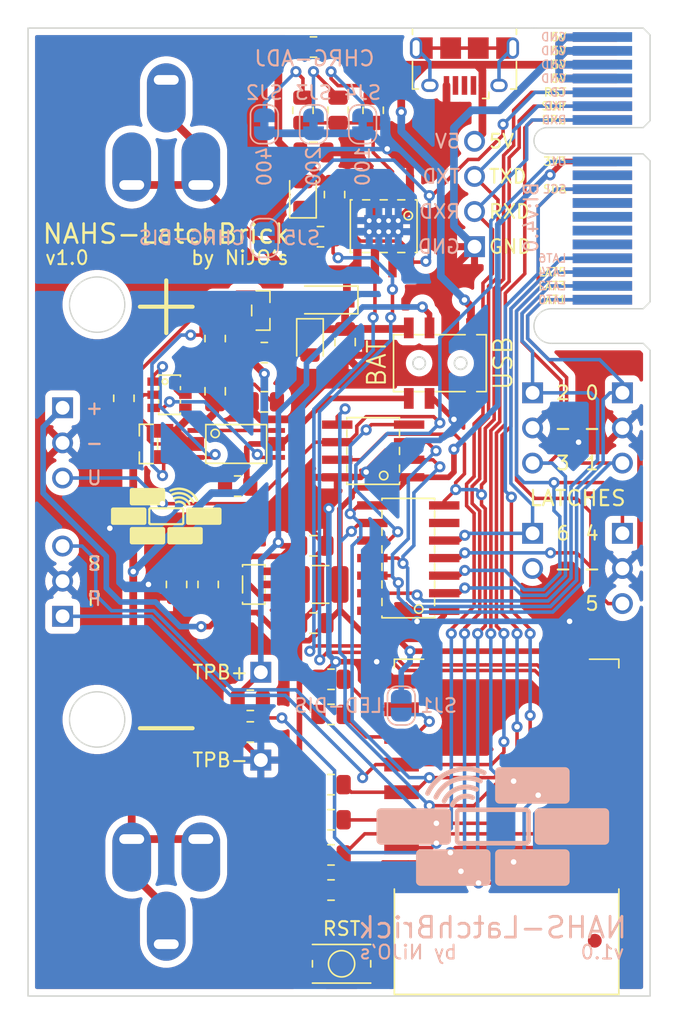
<source format=kicad_pcb>
(kicad_pcb (version 20211014) (generator pcbnew)
  (layers (0 "F.Cu" jumper) (31 "B.Cu" signal) (34 "B.Paste" user) (35 "F.Paste" user) (36 "B.SilkS" user "B.Silkscreen") (37 "F.SilkS" user "F.Silkscreen") (38 "B.Mask" user) (39 "F.Mask" user) (44 "Edge.Cuts" user))
  (net 0 "")
  (net 1 "BAT-")
  (net 2 "BAT+")
  (net 3 "GND")
  (net 4 "SEL+")
  (net 5 "IN-")
  (net 6 "RST")
  (net 7 "LATCH0")
  (net 8 "A0")
  (net 9 "EN")
  (net 10 "Net-(IC1-Pad4)")
  (net 11 "LATCH1")
  (net 12 "SETUP")
  (net 13 "+3V3")
  (net 14 "BOOT2")
  (net 15 "BOOT1")
  (net 16 "PROG")
  (net 17 "SDA")
  (net 18 "Net-(C5-Pad1)")
  (net 19 "SCL")
  (net 20 "RXD")
  (net 21 "/CHRG+")
  (net 22 "Net-(D1-Pad2)")
  (net 24 "CHRG")
  (net 25 "TXD")
  (net 26 "LATCH3")
  (net 27 "LACTH4")
  (net 28 "STDBY")
  (net 29 "LACTH5")
  (net 32 "LACTH6")
  (net 34 "LATCH2")
  (net 35 "UPDI")
  (net 36 "CD")
  (net 37 "D-")
  (net 38 "D+")
  (net 40 "unconnected-(J2-Pad6)")
  (net 41 "Net-(L1-Pad1)")
  (net 42 "Net-(LED1-Pad1)")
  (net 43 "Net-(LED2-Pad2)")
  (net 44 "Net-(Q1-Pad1)")
  (net 45 "Net-(Q1-Pad3)")
  (net 46 "Net-(Q1-Pad4)")
  (net 47 "PRT-")
  (net 48 "IN+")
  (net 49 "Net-(Q3-Pad1)")
  (net 50 "Net-(R11-Pad2)")
  (net 51 "Net-(R15-Pad1)")
  (net 52 "Net-(R15-Pad2)")
  (net 53 "Net-(R20-Pad2)")
  (net 54 "Net-(R22-Pad1)")
  (net 55 "Net-(R23-Pad1)")
  (footprint "no_common:R_0805_2012Metric" (layer "F.Cu") (at 121.158 85.09)
    (fp_text reference "R14" hide)
    (fp_text value "1k" hide)
  )
  (footprint "no_common:KMR_231_G_LFS" (layer "F.Cu") (at 122.682 137.668 90)
    (property "Reference" "SW1")
    (property "Value" "KMR_231_G_LFS")
    (fp_text reference "SW1" hide)
    (fp_text value "KMR_231_G_LFS" hide)
  )
  (footprint "no_common:R_0805_2012Metric" (layer "F.Cu") (at 115.1655 103.124 180)
    (fp_text reference "R11" hide)
    (fp_text value "1k" hide)
  )
  (footprint "no_common:R_0805_2012Metric" (layer "F.Cu") (at 124.968 75.946 -90)
    (fp_text reference "R23" hide)
    (fp_text value "12k" hide)
  )
  (footprint "no_common:C_0805_2012Metric" (layer "F.Cu") (at 120.65 78.994)
    (property "Reference" "C1")
    (property "Value" "100nF")
    (fp_text reference "C6" hide)
    (fp_text value "10µF" hide)
  )
  (footprint "no_common:R_0805_2012Metric" (layer "F.Cu") (at 121.92 129.794)
    (fp_text reference "R3" hide)
    (fp_text value "10k" hide)
  )
  (footprint "no_common:R_0805_2012Metric" (layer "F.Cu") (at 113.538 92.456 90)
    (fp_text reference "R10" hide)
    (fp_text value "100" hide)
  )
  (footprint "Fiducial:Fiducial_1mm_Mask2mm" (layer "F.Cu") (at 141 136)
    (fp_text reference "FID3" hide)
    (fp_text value "Fiducial" hide)
  )
  (footprint "no_common:R_0805_2012Metric" (layer "F.Cu") (at 121.92 117.094)
    (fp_text reference "R7" hide)
    (fp_text value "10k" hide)
  )
  (footprint "no_common:HA_18650_EK" (layer "F.Cu") (at 110 105)
    (property "Reference" "BT")
    (property "Value" "HA_18650_EK")
    (fp_text reference "BT1" hide)
    (fp_text value "HA_18650_EK" hide)
  )
  (footprint "no_pinhd:PINHD_1X01_2.54_1mm_Square" (layer "F.Cu") (at 116.84 116.586)
    (property "Reference" "JP3")
    (property "Value" "PINHD_1X01")
    (fp_text reference "JP3" hide)
    (fp_text value "PINHD_1X01" hide)
  )
  (footprint "Fiducial:Fiducial_1mm_Mask2mm" (layer "F.Cu") (at 104 74)
    (fp_text reference "FID1" hide)
    (fp_text value "Fiducial" hide)
  )
  (footprint "Diode_SMD:D_SOD-123F" (layer "F.Cu") (at 121.666 89.662 180)
    (fp_text reference "D1" hide)
    (fp_text value "1N4148WL" hide)
  )
  (footprint "no_common:R_0805_2012Metric" (layer "F.Cu") (at 121.92 119.634)
    (fp_text reference "R4" hide)
    (fp_text value "10k" hide)
  )
  (footprint "no_common:SOIC8_TP" (layer "F.Cu") (at 125.73 84.328 180)
    (fp_text reference "U4" hide)
    (fp_text value "TP4056" hide)
  )
  (footprint "no_common:LED_0805_2012Metric" (layer "F.Cu") (at 119.888 82.042 90)
    (fp_text reference "LED1" hide)
    (fp_text value "Green" hide)
  )
  (footprint "no_common:C_0805_2012Metric" (layer "F.Cu") (at 120.65 107.442)
    (property "Reference" "C1")
    (property "Value" "100nF")
    (fp_text reference "C2" hide)
    (fp_text value "10µF" hide)
  )
  (footprint "Fiducial:Fiducial_1mm_Mask2mm" (layer "F.Cu") (at 104 136)
    (fp_text reference "FID2" hide)
    (fp_text value "Fiducial" hide)
  )
  (footprint "no_common:LED_0805_2012Metric" (layer "F.Cu") (at 120.396 92.71 -90)
    (fp_text reference "LED2" hide)
    (fp_text value "Red" hide)
  )
  (footprint "no_common:SSSS820101" (layer "F.Cu") (at 129.794 94.234 90)
    (fp_text reference "SW2" hide)
    (fp_text value "SSSS820101" hide)
    (fp_circle (center 0 1.5) (end 0.45 1.5) (layer "Edge.Cuts") (width 0.12) (fill none))
    (fp_circle (center 0 -1.5) (end 0.45 -1.5) (layer "Edge.Cuts") (width 0.12) (fill none))
  )
  (footprint "no_pinhd:PINHD_1X03_2.54_1mm_Round" (layer "F.Cu") (at 136.5 98.92 -90)
    (fp_text reference "JP7" hide)
    (fp_text value "PINHD_1X03" hide)
  )
  (footprint "no_common:C_0805_2012Metric" (layer "F.Cu") (at 120.65 113.03 180)
    (property "Reference" "C1")
    (property "Value" "100nF")
    (fp_text reference "C3" hide)
    (fp_text value "10µF" hide)
  )
  (footprint "no_common:SOIC8" (layer "F.Cu") (at 124.968 100.584 90)
    (property "Reference" "IC?")
    (property "Value" "ATTINY212")
    (fp_text reference "IC2" hide)
    (fp_text value "ATTINY212" hide)
  )
  (footprint "no_brick_logo:x8mm" (layer "F.Cu") (at 110 105.283)
    (fp_text reference "LOGO1" hide)
    (fp_text value "brick_logo" hide)
  )
  (footprint "no_common:R_0805_2012Metric" (layer "F.Cu") (at 116.078 118.618)
    (fp_text reference "R8" hide)
    (fp_text value "2.7M" hide)
  )
  (footprint "no_common:R_0805_2012Metric" (layer "F.Cu") (at 121.92 132.334)
    (fp_text reference "R2" hide)
    (fp_text value "1k" hide)
  )
  (footprint "no_pinhd:PINHD_1X03_2.54_1mm_Round" (layer "F.Cu") (at 102.5 110 90)
    (property "Reference" "JP1")
    (property "Value" "PINHD_1X03")
    (fp_text reference "JP1" hide)
    (fp_text value "PINHD_1X03" hide)
  )
  (footprint "no_common:SOT23-6" (layer "F.Cu") (at 110.236 96.52 -90)
    (fp_text reference "U3" hide)
    (fp_text value "DW01A" hide)
  )
  (footprint "no_common:SOT23-5" (layer "F.Cu") (at 116.332 110.236 90)
    (property "Reference" "U1")
    (property "Value" "ZD8028IB5TR")
    (fp_text reference "U1" hide)
    (fp_text value "ZD8028IB5TR" hide)
  )
  (footprint "no_common:L_1210_3225Metric" (layer "F.Cu") (at 121.158 110.236)
    (property "Reference" "L1")
    (property "Value" "2.2µH")
    (fp_text reference "L1" hide)
    (fp_text value "2.2µH" hide)
  )
  (footprint "no_common:R_0805_2012Metric" (layer "F.Cu") (at 117.094 97.028)
    (fp_text reference "R18" hide)
    (fp_text value "10k" hide)
  )
  (footprint "no_common:R_0805_2012Metric" (layer "F.Cu") (at 116.078 120.904 180)
    (fp_text reference "R9" hide)
    (fp_text value "590k" hide)
  )
  (footprint "no_common:USB_Micro-B_Amphenol_10118194_Horizontal" (layer "F.Cu") (at 131.572 72.75 180)
    (fp_text reference "J2" hide)
    (fp_text value "USB_B_Mini" hide)
  )
  (footprint "no_common:R_0805_2012Metric" (layer "F.Cu") (at 122.428 75.946 -90)
    (fp_text reference "R22" hide)
    (fp_text value "6,04k" hide)
  )
  (footprint "no_common:R_0805_2012Metric" (layer "F.Cu") (at 120.65 71.374)
    (fp_text reference "R12" hide)
    (fp_text value "0.4" hide)
  )
  (footprint "no_expressif:ESP12S" (layer "F.Cu") (at 134.62 127.762 180)
    (property "Reference" "IC1")
    (property "Value" "ESP12S")
    (fp_text reference "IC1" hide)
    (fp_text value "ESP12S" hide)
  )
  (footprint "no_pinhd:PINHD_1X03_2.54_1mm_Round" (layer "F.Cu") (at 143 109.08 -90)
    (fp_text reference "JP8" hide)
    (fp_text value "PINHD_1X03" hide)
  )
  (footprint "no_pinhd:PINHD_1X04_2.54_1mm_Round" (layer "F.Cu") (at 132.3 82 90)
    (property "Reference" "JP2")
    (property "Value" "PINHD_1X04")
    (fp_text reference "JP2" hide)
    (fp_text value "PINHD_1X04" hide)
  )
  (footprint "no_common:R_0805_2012Metric" (layer "F.Cu") (at 121.92 124.714)
    (fp_text reference "R5" hide)
    (fp_text value "3.9k" hide)
  )
  (footprint "no_common:R_0805_2012Metric" (layer "F.Cu") (at 117.094 93.472 180)
    (fp_text reference "R17" hide)
    (fp_text value "1k" hide)
  )
  (footprint "no_common:SOIC14" (layer "F.Cu") (at 127.508 108.331 90)
    (fp_text reference "IC3" hide)
    (fp_text value "ATTINY414" hide)
  )
  (footprint "no_pinhd:PINHD_1X01_2.54_1mm_Square" (layer "F.Cu") (at 116.84 122.936)
    (property "Reference" "JP4")
    (property "Value" "PINHD_1X01")
    (fp_text reference "JP4" hide)
    (fp_text value "PINHD_1X01" hide)
  )
  (footprint "no_common:R_0805_2012Metric" (layer "F.Cu") (at 119.888 75.946 -90)
    (fp_text reference "R15" hide)
    (fp_text value "3k" hide)
  )
  (footprint "no_common:R_0805_2012Metric" (layer "F.Cu") (at 121.92 127.254)
    (fp_text reference "R6" hide)
    (fp_text value "3.9k" hide)
  )
  (footprint "no_common:R_0805_2012Metric" (layer "F.Cu") (at 122.174 82.042 -90)
    (fp_text reference "R13" hide)
    (fp_text value "10k" hide)
  )
  (footprint "no_pinhd:PINHD_1X02_2.54_1mm_Round" (layer "F.Cu") (at 136.5 107.81 -90)
    (fp_text reference "JP9" hide)
    (fp_text value "PINHD_1x02" hide)
  )
  (footprint "no_common:R_0805_2012Metric" (layer "F.Cu") (at 106.934 96.774 90)
    (fp_text reference "R19" hide)
    (fp_text value "10k" hide)
  )
  (footprint "no_common:SOT23" (layer "F.Cu") (at 108.712 100.076 90)
    (fp_text reference "Q3" hide)
    (fp_text value "CJ2302" hide)
  )
  (footprint "no_pinhd:PINHD_1X03_2.54_1mm_Round" (layer "F.Cu") (at 102.5 100 -90)
    (property "Reference" "JP5")
    (property "Value" "PINHD_1X03")
    (fp_text reference "JP5" hide)
    (fp_text value "PINHD_1X03" hide)
  )
  (footprint "no_brick_interface:Brick_Interface_V4_inset" (layer "F.Cu") (at 141.55 89.65 90)
    (property "Reference" "J")
    (property "Value" "Brick-Interface-V4")
    (fp_text reference "J1" hide)
    (fp_text value "Brick-Interface-V4")
    (fp_line (start 12.45 2.95) (end 12.95 3.45) (layer "Edge.Cuts") (width 0.1))
    (fp_line (start -0.65 2.95) (end -0.15 3.45) (layer "Edge.Cuts") (width 0.1))
    (fp_line (start 12.95 3.45) (end 19.15 3.45) (layer "Edge.Cuts") (width 0.1))
    (fp_line (start -0.65 -3.7) (end -0.65 2.95) (layer "Edge.Cuts") (width 0.1))
    (fp_line (start 10.55 2.95) (end 10.05 3.45) (layer "Edge.Cuts") (width 0.1))
    (fp_line (start -3.15 -3.7) (end -3.15 2.95) (layer "Edge.Cuts") (width 0.1))
    (fp_line (start -0.15 3.45) (end 10.05 3.45) (layer "Edge.Cuts") (width 0.1))
    (fp_line (start 19.65 2.95) (end 19.15 3.45) (layer "Edge.Cuts") (width 0.1))
    (fp_line (start 12.45 -4) (end 12.45 2.95) (layer "Edge.Cuts") (width 0.1))
    (fp_line (start -3.15 2.95) (end -3.65 3.45) (layer "Edge.Cuts") (width 0.1))
    (fp_line (start 10.55 -4) (end 10.55 2.95) (layer "Edge.Cuts") (width 0.1))
    (fp_line (start 19.65 -4.95) (end 19.65 2.95) (layer "Edge.Cuts") (width 0.1))
    (fp_arc (start -3.15 -3.7) (mid -1.9 -4.95) (end -0.65 -3.7) (layer "Edge.Cuts") (width 0.1))
    (fp_arc (start 10.55 -4) (mid 11.5 -4.95) (end 12.45 -4) (layer "Edge.Cuts") (width 0.1))
  )
  (footprint "no_common:C_0805_2012Metric" (layer "F.Cu") (at 122.936 92.71 -90)
    (property "Reference" "C1")
    (property "Value" "100nF")
    (fp_text reference "C4" hide)
    (fp_text value "10µF" hide)
  )
  (footprint "no_common:R_0805_2012Metric" (layer "F.Cu") (at 113.03 110.236 -90)
    (fp_text reference "R21" hide)
    (fp_text value "590k" hide)
  )
  (footprint "no_common:C_0805_2012Metric" (layer "F.Cu") (at 113.538 96.266 -90)
    (property "Reference" "C1")
    (property "Value" "100nF")
    (fp_text reference "C5" hide)
    (fp_text value "100nF" hide)
  )
  (footprint "no_pinhd:PINHD_1X03_2.54_1mm_Round" (layer "F.Cu") (at 143 98.92 -90)
    (fp_text reference "JP6" hide)
    (fp_text value "PINHD_1X03" hide)
  )
  (footprint "no_common:TSSOP8_MS" (layer "F.Cu") (at 115.062 100.076)
    (fp_text reference "Q1" hide)
    (fp_text value "8205A" hide)
  )
  (footprint "no_common:SOT23" (layer "F.Cu") (at 116.84 90.424 -90)
    (fp_text reference "Q4" hide)
    (fp_text value "MMBT2907A" hide)
  )
  (footprint "no_common:R_0805_2012Metric" (layer "F.Cu") (at 110.744 110.236 90)
    (fp_text reference "R20" hide)
    (fp_text value "130k" hide)
  )
  (footprint "Jumper:SolderJumper-2_P1.3mm_Bridged_RoundedPad1.0x1.5mm" (layer "B.Cu") (at 117.094 76.962 90)
    (property "Reference" "SJ1")
    (property "Value" "RHT-ALT")
    (fp_text reference "SJ2")
    (fp_text value "400" hide)
  )
  (footprint "Jumper:SolderJumper-2_P1.3mm_Open_RoundedPad1.0x1.5mm" (layer "B.Cu") (at 117.094 85.1812 90)
    (property "Reference" "SJ1")
    (property "Value" "LED-DIS")
    (fp_text reference "SJ5")
    (fp_text value "CHRG-DIS")
  )
  (footprint "Jumper:SolderJumper-2_P1.3mm_Bridged_RoundedPad1.0x1.5mm" (layer "B.Cu") (at 120.65 76.962 90)
    (property "Reference" "SJ1")
    (property "Value" "RHT-ALT")
    (fp_text reference "SJ3")
    (fp_text value "200" hide)
  )
  (footprint "Jumper:SolderJumper-2_P1.3mm_Open_RoundedPad1.0x1.5mm" (layer "B.Cu") (at 127 119 -90)
    (property "Reference" "SJ1")
    (property "Value" "LED-DIS")
    (fp_text reference "SJ1")
    (fp_text value "LED-DIS")
  )
  (footprint "no_brick_logo:x17mm" (layer "B.Cu") (at 133.604 127.635 180)
    (fp_text reference "LOGO2" hide)
    (fp_text value "brick_logo" hide)
  )
  (footprint "Jumper:SolderJumper-2_P1.3mm_Bridged_RoundedPad1.0x1.5mm" (layer "B.Cu") (at 124.206 76.962 90)
    (property "Reference" "SJ1")
    (property "Value" "RHT-ALT")
    (fp_text reference "SJ4")
    (fp_text value "100" hide)
  )
  (gr_circle (center 105 120) (end 107 120) (layer "Edge.Cuts") (width 0.1) (fill none))
  (gr_line (start 100 140) (end 100 70) (layer "Edge.Cuts") (width 0.1))
  (gr_line (start 100 140) (end 145 140) (layer "Edge.Cuts") (width 0.1))
  (gr_line (start 145 93.3) (end 145 140) (layer "Edge.Cuts") (width 0.1))
  (gr_line (start 136.6 70) (end 100 70) (layer "Edge.Cuts") (width 0.1))
  (gr_circle (center 105 90) (end 107 90) (layer "Edge.Cuts") (width 0.1) (fill none))
  (gr_text "CHRG-ADJ" (at 120.72 72.2) (layer "B.SilkS") (effects (font (size 1.1 1.1) (thickness 0.16)) (justify mirror)))
  (gr_text "S" (at 104.8 108.73) (layer "B.SilkS") (effects (font (size 1 1)) (justify mirror)))
  (gr_text "200" (at 120.65 80.01 90) (layer "B.SilkS") (effects (font (size 1 1)) (justify mirror)))
  (gr_text "RXD" (at 131.3516 83.27) (layer "B.SilkS") (effects (font (size 1 1)) (justify left mirror)))
  (gr_text "P" (at 104.8 111.27) (layer "B.SilkS") (effects (font (size 1 1)) (justify mirror)))
  (gr_text "v1.0" (at 143.224 136.8298) (layer "B.SilkS") (effects (font (size 1 1)) (justify left mirror)))
  (gr_text "100" (at 124.206 80.01 90) (layer "B.SilkS") (effects (font (size 1 1)) (justify mirror)))
  (gr_text "TXD" (at 131.3516 80.73) (layer "B.SilkS") (effects (font (size 1 1)) (justify left mirror)))
  (gr_text "-" (at 104.8 100) (layer "B.SilkS") (effects (font (size 1 1)) (justify mirror)))
  (gr_text "GND" (at 131.3516 85.81) (layer "B.SilkS") (effects (font (size 1 1)) (justify left mirror)))
  (gr_text "+" (at 104.8 97.46) (layer "B.SilkS") (effects (font (size 1 1)) (justify mirror)))
  (gr_text "NAHS-LatchBrick" (at 133.604 135.0518) (layer "B.SilkS") (effects (font (size 1.5 1.5) (thickness 0.2)) (justify mirror)))
  (gr_text "U" (at 104.8 102.54) (layer "B.SilkS") (effects (font (size 1 1)) (justify mirror)))
  (gr_text "400" (at 117.094 80.01 90) (layer "B.SilkS") (effects (font (size 1 1)) (justify mirror)))
  (gr_text "5V" (at 131.3516 78.19) (layer "B.SilkS") (effects (font (size 1 1)) (justify left mirror)))
  (gr_text "by NiJO's" (at 123.874 136.8298) (layer "B.SilkS") (effects (font (size 1 1)) (justify right mirror)))
  (gr_text "TPB-" (at 116 122.936) (layer "F.SilkS") (effects (font (size 1 1)) (justify right)))
  (gr_text "S" (at 104.8 108.73) (layer "F.SilkS") (effects (font (size 1 1))))
  (gr_text "v1.0" (at 101.15 86.614) (layer "F.SilkS") (effects (font (size 1 1)) (justify left)))
  (gr_text "NAHS-LatchBrick" (at 110 84.8868) (layer "F.SilkS") (effects (font (size 1.38 1.38) (thickness 0.19))))
  (gr_text "+" (at 104.8 97.46) (layer "F.SilkS") (effects (font (size 1 1))))
  (gr_text "GND" (at 133.2484 85.81) (layer "F.SilkS") (effects (font (size 1 1)) (justify left)))
  (gr_text "RXD" (at 133.2484 83.27) (layer "F.SilkS") (effects (font (size 1 1)) (justify left)))
  (gr_text "by NiJO's" (at 118.95 86.614) (layer "F.SilkS") (effects (font (size 1 1)) (justify right)))
  (gr_text "BAT" (at 125.222 94.234 90) (layer "F.SilkS") (effects (font (size 1.3 1.3))))
  (gr_text "-" (at 104.8 100) (layer "F.SilkS") (effects (font (size 1 1))))
  (gr_text "U" (at 104.8 102.54) (layer "F.SilkS") (effects (font (size 1 1))))
  (gr_text "P" (at 104.8 111.27) (layer "F.SilkS") (effects (font (size 1 1))))
  (gr_text "5V" (at 133.2484 78.19) (layer "F.SilkS") (effects (font (size 1 1)) (justify left)))
  (gr_text "LATCHES" (at 139.75 104) (layer "F.SilkS") (effects (font (size 1.1 1.1) (thickness 0.16))))
  (gr_text "USB" (at 134.366 94.234 90) (layer "F.SilkS") (effects (font (size 1.3 1.3))))
  (gr_text "TXD" (at 133.2484 80.73) (layer "F.SilkS") (effects (font (size 1 1)) (justify left)))
  (gr_text "RST" (at 122.682 135.128) (layer "F.SilkS") (effects (font (size 1 1))))
  (gr_text "TPB+" (at 116 116.586) (layer "F.SilkS") (effects (font (size 1 1)) (justify right)))
  (segment (start 107.612 109.304) (end 107.612 100.076) (width 0.5588) (layer "F.Cu") (net 1))
  (segment (start 106.934 99.398) (end 107.612 100.076) (width 0.5588) (layer "F.Cu") (net 1))
  (segment (start 106.934 97.6865) (end 106.934 99.398) (width 0.5588) (layer "F.Cu") (net 1))
  (segment (start 107.5 128.65) (end 112.5 128.65) (width 0.5588) (layer "F.Cu") (net 1))
  (segment (start 108.204 122.682) (end 108.204 117.348) (width 0.5588) (layer "F.Cu") (net 1))
  (segment (start 107.612 116.756) (end 107.612 109.304) (width 0.5588) (layer "F.Cu") (net 1))
  (segment (start 107.5 128.65) (end 107.5 123.386) (width 0.5588) (layer "F.Cu") (net 1))
  (segment (start 107.5 131.122) (end 110 133.622) (width 0.5588) (layer "F.Cu") (net 1))
  (segment (start 116.1815 94.0835) (end 117.094 94.996) (width 0.5588) (layer "F.Cu") (net 1))
  (segment (start 107.5 128.65) (end 107.5 131.122) (width 0.5588) (layer "F.Cu") (net 1))
  (segment (start 108.204 117.348) (end 107.612 116.756) (width 0.5588) (layer "F.Cu") (net 1))
  (segment (start 116.1815 93.472) (end 116.1815 94.0835) (width 0.5588) (layer "F.Cu") (net 1))
  (segment (start 110 133.622) (end 110 136.25) (width 0.5588) (layer "F.Cu") (net 1))
  (segment (start 107.5 123.386) (end 108.204 122.682) (width 0.5588) (layer "F.Cu") (net 1))
  (via (at 107.612 109.304) (size 0.8) (drill 0.4) (layers "F.Cu" "B.Cu") (net 1))
  (via (at 117.094 94.996) (size 0.8) (drill 0.4) (layers "F.Cu" "B.Cu") (net 1))
  (segment (start 115.316 103.632) (end 113.284 103.632) (width 0.5588) (layer "B.Cu") (net 1))
  (segment (start 117.094 94.996) (end 117.094 100.076) (width 0.5588) (layer "B.Cu") (net 1))
  (segment (start 113.284 103.632) (end 107.612 109.304) (width 0.5588) (layer "B.Cu") (net 1))
  (segment (start 117.414911 101.533089) (end 115.316 103.632) (width 0.5588) (layer "B.Cu") (net 1))
  (segment (start 117.414911 100.396911) (end 117.414911 101.533089) (width 0.5588) (layer "B.Cu") (net 1))
  (segment (start 117.094 100.076) (end 117.414911 100.396911) (width 0.5588) (layer "B.Cu") (net 1))
  (segment (start 122.936 91.76) (end 127.468 91.76) (width 0.5588) (layer "F.Cu") (net 2))
  (segment (start 112.5 81.35) (end 118.592911 87.442911) (width 0.5588) (layer "F.Cu") (net 2))
  (segment (start 123.066 87.687) (end 123.310089 87.442911) (width 0.5588) (layer "F.Cu") (net 2))
  (segment (start 122.936 89.792) (end 123.066 89.662) (width 0.5588) (layer "F.Cu") (net 2))
  (segment (start 120.396 91.7725) (end 116.1385 91.7725) (width 0.5588) (layer "F.Cu") (net 2))
  (segment (start 116.1385 91.7725) (end 115.74 91.374) (width 0.5588) (layer "F.Cu") (net 2))
  (segment (start 113.7075 91.374) (end 113.538 91.5435) (width 0.5588) (layer "F.Cu") (net 2))
  (segment (start 122.936 91.76) (end 122.936 89.792) (width 0.5588) (layer "F.Cu") (net 2))
  (segment (start 112.5 78.718) (end 110 76.218) (width 0.5588) (layer "F.Cu") (net 2))
  (segment (start 115.74 91.374) (end 113.7075 91.374) (width 0.5588) (layer "F.Cu") (net 2))
  (segment (start 127.468 91.76) (end 127.544 91.684) (width 0.5588) (layer "F.Cu") (net 2))
  (segment (start 110 76.218) (end 110 73.75) (width 0.5588) (layer "F.Cu") (net 2))
  (segment (start 120.396 91.7725) (end 122.9235 91.7725) (width 0.5588) (layer "F.Cu") (net 2))
  (segment (start 112.5 81.35) (end 112.5 78.718) (width 0.5588) (layer "F.Cu") (net 2))
  (segment (start 107.5 81.35) (end 112.5 81.35) (width 0.5588) (layer "F.Cu") (net 2))
  (segment (start 118.592911 87.442911) (end 123.310089 87.442911) (width 0.5588) (layer "F.Cu") (net 2))
  (segment (start 123.310089 87.442911) (end 123.825 86.928) (width 0.5588) (layer "F.Cu") (net 2))
  (segment (start 122.9235 91.7725) (end 122.936 91.76) (width 0.5588) (layer "F.Cu") (net 2))
  (segment (start 123.066 89.662) (end 123.066 87.687) (width 0.5588) (layer "F.Cu") (net 2))
  (segment (start 121.76 104.742) (end 120.33 106.172) (width 0.4064) (layer "F.Cu") (net 3))
  (segment (start 109.69128 108.811346) (end 110.044626 108.458) (width 0.4064) (layer "F.Cu") (net 3))
  (segment (start 129.044 96.784) (end 129.296 96.784) (width 0.4064) (layer "F.Cu") (net 3))
  (segment (start 143 98.92) (end 144.272 100.192) (width 0.4064) (layer "F.Cu") (net 3))
  (segment (start 103.886 105.156) (end 103.886 108.614) (width 0.4064) (layer "F.Cu") (net 3))
  (segment (start 109.69128 108.811346) (end 109.69128 109.25672) (width 0.4064) (layer "F.Cu") (net 3))
  (segment (start 139.177 111.757) (end 136.5 109.08) (width 0.4064) (layer "F.Cu") (net 3))
  (segment (start 118.78028 112.11028) (end 118.78028 110.90628) (width 0.4064) (layer "F.Cu") (net 3))
  (segment (start 119.7 113.03) (end 120.904 111.826) (width 0.4064) (layer "F.Cu") (net 3))
  (segment (start 118.11 110.236) (end 117.632 110.236) (width 0.4064) (layer "F.Cu") (net 3))
  (segment (start 109.69128 109.25672) (end 108.712 110.236) (width 0.4064) (layer "F.Cu") (net 3))
  (segment (start 139.177 112.903) (end 139.177 111.757) (width 0.4064) (layer "F.Cu") (net 3))
  (segment (start 116.84 122.936) (end 115.1655 121.2615) (width 0.4064) (layer "F.Cu") (net 3))
  (segment (start 110.044626 108.458) (end 115.062 108.458) (width 0.4064) (layer "F.Cu") (net 3))
  (segment (start 109.69128 110.70728) (end 109.69128 108.811346) (width 0.4064) (layer "F.Cu") (net 3))
  (segment (start 102.5 100) (end 103.886 101.386) (width 0.4064) (layer "F.Cu") (net 3))
  (segment (start 108.712 110.236) (end 108.712 114.4505) (width 0.4064) (layer "F.Cu") (net 3))
  (segment (start 124.079 102.489) (end 124.46 102.108) (width 0.4064) (layer "F.Cu") (net 3))
  (segment (start 126.66 117.262) (end 125.222 115.824) (width 0.4064) (layer "F.Cu") (net 3))
  (segment (start 127.3745 112.141) (end 128.143 112.9095) (width 0.4064) (layer "F.Cu") (net 3))
  (segment (start 124.982 138.468) (end 120.382 138.468) (width 0.4064) (layer "F.Cu") (net 3))
  (segment (start 125.222 115.824) (end 122.2775 115.824) (width 0.4064) (layer "F.Cu") (net 3))
  (segment (start 118.78028 110.90628) (end 118.11 110.236) (width 0.4064) (layer "F.Cu") (net 3))
  (segment (start 108.712 114.4505) (end 115.1655 120.904) (width 0.4064) (layer "F.Cu") (net 3))
  (segment (start 103.886 101.386) (end 103.886 105.156) (width 0.4064) (layer "F.Cu") (net 3))
  (segment (start 110.1325 111.1485) (end 109.69128 110.70728) (width 0.4064) (layer "F.Cu") (net 3))
  (segment (start 144.272 100.192) (end 144.272 107.808) (width 0.4064) (layer "F.Cu") (net 3))
  (segment (start 122.368 102.489) (end 122.368 104.134) (width 0.4064) (layer "F.Cu") (net 3))
  (segment (start 144.272 107.808) (end 143 109.08) (width 0.4064) (layer "F.Cu") (net 3))
  (segment (start 115.1655 121.2615) (end 115.1655 120.904) (width 0.254) (layer "F.Cu") (net 3))
  (segment (start 120.382 138.468) (end 119.418 138.468) (width 0.4064) (layer "F.Cu") (net 3))
  (segment (start 141.224 99.949) (end 139.827 99.949) (width 0.4064) (layer "F.Cu") (net 3))
  (segment (start 120.904 108.138) (end 121.6 107.442) (width 0.4064) (layer "F.Cu") (net 3))
  (segment (start 110.744 111.1485) (end 110.1325 111.1485) (width 0.4064) (layer "F.Cu") (net 3))
  (segment (start 120.904 111.826) (end 120.904 108.138) (width 0.4064) (layer "F.Cu") (net 3))
  (segment (start 124.908 112.141) (end 127.3745 112.141) (width 0.4064) (layer "F.Cu") (net 3))
  (segment (start 122.2775 115.824) (end 121.0075 117.094) (width 0.4064) (layer "F.Cu") (net 3))
  (segment (start 120.33 106.172) (end 121.6 107.442) (width 0.4064) (layer "F.Cu") (net 3))
  (segment (start 141.971 99.949) (end 141.224 99.949) (width 0.4064) (layer "F.Cu") (net 3))
  (segment (start 116.84 135.89) (end 116.84 122.936) (width 0.4064) (layer "F.Cu") (net 3))
  (segment (start 119.7 113.03) (end 118.78028 112.11028) (width 0.4064) (layer "F.Cu") (net 3))
  (segment (start 122.368 104.134) (end 121.76 104.742) (width 0.4064) (layer "F.Cu") (net 3))
  (segment (start 119.418 138.468) (end 116.84 135.89) (width 0.4064) (layer "F.Cu") (net 3))
  (segment (start 122.368 102.489) (end 124.079 102.489) (width 0.4064) (layer "F.Cu") (net 3))
  (segment (start 104.902 105.156) (end 103.886 105.156) (width 0.4064) (layer "F.Cu") (net 3))
  (segment (start 105.918 106.172) (end 104.902 105.156) (width 0.4064) (layer "F.Cu") (net 3))
  (segment (start 103.886 108.614) (end 102.5 110) (width 0.4064) (layer "F.Cu") (net 3))
  (segment (start 115.062 108.458) (end 117.348 106.172) (width 0.4064) (layer "F.Cu") (net 3))
  (segment (start 127.02 117.262) (end 126.66 117.262) (width 0.4064) (layer "F.Cu") (net 3))
  (segment (start 117.348 106.172) (end 120.33 106.172) (width 0.4064) (layer "F.Cu") (net 3))
  (segment (start 143 98.92) (end 141.971 99.949) (width 0.4064) (layer "F.Cu") (net 3))
  (segment (start 129.296 96.784) (end 130.81 98.298) (width 0.4064) (layer "F.Cu") (net 3))
  (via (at 105.918 106.172) (size 0.8) (drill 0.4) (layers "F.Cu" "B.Cu") (net 3))
  (via (at 139.177 112.903) (size 0.8) (drill 0.4) (layers "F.Cu" "B.Cu") (net 3))
  (via (at 128.143 112.9095) (size 0.8) (drill 0.4) (layers "F.Cu" "B.Cu") (net 3))
  (via (at 130.81 98.298) (size 0.8) (drill 0.4) (layers "F.Cu" "B.Cu") (net 3))
  (via (at 108.712 110.236) (size 0.8) (drill 0.4) (layers "F.Cu" "B.Cu") (net 3))
  (via (at 122.2595 115.824) (size 0.8) (drill 0.4) (layers "F.Cu" "B.Cu") (net 3))
  (via (at 139.827 99.949) (size 0.8) (drill 0.4) (layers "F.Cu" "B.Cu") (net 3))
  (via (at 121.76 104.742) (size 0.8) (drill 0.4) (layers "F.Cu" "B.Cu") (net 3))
  (via (at 125.222 115.824) (size 0.8) (drill 0.4) (layers "F.Cu" "B.Cu") (net 3))
  (via (at 124.46 102.108) (size 0.8) (drill 0.4) (layers "F.Cu" "B.Cu") (net 3))
  (segment (start 106.68 106.934) (end 105.918 106.172) (width 0.4064) (layer "B.Cu") (net 3))
  (segment (start 106.68 107.442) (end 106.68 106.934) (width 0.4064) (layer "B.Cu") (net 3))
  (segment (start 139.177 112.903) (end 128.143 112.903) (width 0.4064) (layer "B.Cu") (net 3))
  (segment (start 106.934 110.236) (end 106.68 109.982) (width 0.4064) (layer "B.Cu") (net 3))
  (segment (start 137.529 99.949) (end 136.5 98.92) (width 0.4064) (layer "B.Cu") (net 3))
  (segment (start 139.827 99.949) (end 137.529 99.949) (width 0.4064) (layer "B.Cu") (net 3))
  (segment (start 143 109.08) (end 139.177 112.903) (width 0.4064) (layer "B.Cu") (net 3))
  (segment (start 125.095 102.108) (end 124.46 102.108) (width 0.4064) (layer "B.Cu") (net 3))
  (segment (start 108.712 110.236) (end 107.188 110.236) (width 0.4064) (layer "B.Cu") (net 3))
  (segment (start 129.794 99.822) (end 127.381 99.822) (width 0.4064) (layer "B.Cu") (net 3))
  (segment (start 107.188 110.236) (end 106.934 110.236) (width 0.4064) (layer "B.Cu") (net 3))
  (segment (start 130.81 98.806) (end 129.794 99.822) (width 0.4064) (layer "B.Cu") (net 3))
  (segment (start 121.76 115.3245) (end 122.2595 115.824) (width 0.4064) (layer "B.Cu") (net 3))
  (segment (start 106.68 109.982) (end 106.68 107.442) (width 0.4064) (layer "B.Cu") (net 3))
  (segment (start 127.381 99.822) (end 125.095 102.108) (width 0.4064) (layer "B.Cu") (net 3))
  (segment (start 128.143 112.903) (end 125.222 115.824) (width 0.4064) (layer "B.Cu") (net 3))
  (segment (start 130.81 98.298) (end 130.81 98.806) (width 0.4064) (layer "B.Cu") (net 3))
  (segment (start 121.76 104.742) (end 121.76 115.3245) (width 0.4064) (layer "B.Cu") (net 3))
  (segment (start 119.126 107.442) (end 118.364 107.442) (width 0.4064) (layer "F.Cu") (net 4))
  (segment (start 118.364 108.204) (end 116.114 108.204) (width 0.4064) (layer "F.Cu") (net 4))
  (segment (start 115.1655 118.2605) (end 115.1655 118.618) (width 0.254) (layer "F.Cu") (net 4))
  (segment (start 116.932 111.186) (end 115.032 109.286) (width 0.4064) (layer "F.Cu") (net 4))
  (segment (start 116.84 116.586) (end 115.1655 118.2605) (width 0.4064) (layer "F.Cu") (net 4))
  (segment (start 119.7 107.442) (end 119.126 107.442) (width 0.4064) (layer "F.Cu") (net 4))
  (segment (start 129.044 90.69) (end 129.044 91.684) (width 0.4064) (layer "F.Cu") (net 4))
  (segment (start 116.114 108.204) (end 115.032 109.286) (width 0.4064) (layer "F.Cu") (net 4))
  (segment (start 119.126 107.442) (end 118.364 108.204) (width 0.4064) (layer "F.Cu") (net 4))
  (segment (start 117.632 111.186) (end 116.932 111.186) (width 0.4064) (layer "F.Cu") (net 4))
  (segment (start 118.364 107.442) (end 118.11 107.188) (width 0.254) (layer "F.Cu") (net 4))
  (segment (start 128.524 90.17) (end 129.044 90.69) (width 0.4064) (layer "F.Cu") (net 4))
  (via (at 128.524 90.17) (size 0.8) (drill 0.4) (layers "F.Cu" "B.Cu") (net 4))
  (via (at 118.11 107.188) (size 0.8) (drill 0.4) (layers "F.Cu" "B.Cu") (net 4))
  (segment (start 118.11 107.188) (end 118.11 97.79) (width 0.4064) (layer "B.Cu") (net 4))
  (segment (start 124.206 90.17) (end 128.524 90.17) (width 0.4064) (layer "B.Cu") (net 4))
  (segment (start 116.84 116.586) (end 116.84 108.458) (width 0.4064) (layer "B.Cu") (net 4))
  (segment (start 118.11 97.79) (end 120.142 95.758) (width 0.4064) (layer "B.Cu") (net 4))
  (segment (start 120.142 95.758) (end 120.142 94.234) (width 0.4064) (layer "B.Cu") (net 4))
  (segment (start 116.84 108.458) (end 118.11 107.188) (width 0.4064) (layer "B.Cu") (net 4))
  (segment (start 120.142 94.234) (end 124.206 90.17) (width 0.4064) (layer "B.Cu") (net 4))
  (segment (start 124.68 84.728) (end 125.38 84.728) (width 0.5588) (layer "F.Cu") (net 5))
  (segment (start 111.628 100.076) (end 110.678 99.126) (width 0.5588) (layer "F.Cu") (net 5))
  (segment (start 116.1815 97.6395) (end 116.84 98.298) (width 0.5588) (layer "F.Cu") (net 5))
  (segment (start 130.272 74.15) (end 130.272 76.23) (width 0.5588) (layer "F.Cu") (net 5))
  (segment (start 116.1815 97.028) (end 116.1815 97.6395) (width 0.5588) (layer "F.Cu") (net 5))
  (segment (start 112.137 100.076) (end 111.628 100.076) (width 0.5588) (layer "F.Cu") (net 5))
  (segment (start 125.984 78.74) (end 126.111 78.867) (width 0.5588) (layer "F.Cu") (net 5))
  (segment (start 126.111 78.867) (end 127.635 78.867) (width 0.5588) (layer "F.Cu") (net 5))
  (segment (start 127.635 83.185) (end 127.635 83.073) (width 0.5588) (layer "F.Cu") (net 5))
  (segment (start 132.3 85.81) (end 132.292 85.81) (width 0.5588) (layer "F.Cu") (net 5))
  (segment (start 126.78 84.728) (end 126.78 83.928) (width 0.5588) (layer "F.Cu") (net 5))
  (segment (start 122.936 94.234) (end 122.936 93.66) (width 0.5588) (layer "F.Cu") (net 5))
  (segment (start 130.272 76.23) (end 127.635 78.867) (width 0.5588) (layer "F.Cu") (net 5))
  (segment (start 126.08 84.728) (end 126.78 84.728) (width 0.5588) (layer "F.Cu") (net 5))
  (segment (start 128.651 84.201) (end 127.635 83.185) (width 0.5588) (layer "F.Cu") (net 5))
  (segment (start 116.84 98.298) (end 118.872 98.298) (width 0.5588) (layer "F.Cu") (net 5))
  (segment (start 126.78 83.928) (end 126.08 83.928) (width 0.5588) (layer "F.Cu") (net 5))
  (segment (start 131.328 96.784) (end 130.302 95.758) (width 0.5588) (layer "F.Cu") (net 5))
  (segment (start 110.678 99.126) (end 111.506 98.298) (width 0.5588) (layer "F.Cu") (net 5))
  (segment (start 130.683 84.201) (end 128.651 84.201) (width 0.5588) (layer "F.Cu") (net 5))
  (segment (start 127.635 83.073) (end 126.78 83.928) (width 0.5588) (layer "F.Cu") (net 5))
  (segment (start 129.794 93.218) (end 129.794 95.25) (width 0.5588) (layer "F.Cu") (net 5))
  (segment (start 126.08 83.928) (end 125.38 83.928) (width 0.5588) (layer "F.Cu") (net 5))
  (segment (start 130.26 92.752) (end 129.794 93.218) (width 0.5588) (layer "F.Cu") (net 5))
  (segment (start 113.538 97.216) (end 111.892 95.57) (width 0.5588) (layer "F.Cu") (net 5))
  (segment (start 130.26 87.842) (end 130.26 92.752) (width 0.5588) (layer "F.Cu") (net 5))
  (segment (start 113.03 98.298) (end 113.538 97.79) (width 0.5588) (layer "F.Cu") (net 5))
  (segment (start 127.635 78.867) (end 127.635 81.728) (width 0.5588) (layer "F.Cu") (net 5))
  (segment (start 125.38 84.728) (end 126.08 84.728) (width 0.5588) (layer "F.Cu") (net 5))
  (segment (start 132.292 85.81) (end 130.683 84.201) (width 0.5588) (layer "F.Cu") (net 5))
  (segment (start 118.872 98.298) (end 122.936 94.234) (width 0.5588) (layer "F.Cu") (net 5))
  (segment (start 124.68 83.928) (end 125.38 83.928) (width 0.5588) (layer "F.Cu") (net 5))
  (segment (start 123.444 78.994) (end 121.6 78.994) (width 0.5588) (layer "F.Cu") (net 5))
  (segment (start 111.506 98.298) (end 113.03 98.298) (width 0.5588) (layer "F.Cu") (net 5))
  (segment (start 109.812 99.126) (end 110.678 99.126) (width 0.5588) (layer "F.Cu") (net 5))
  (segment (start 129.895089 95.605089) (end 130.149089 95.605089) (width 0.5588) (layer "F.Cu") (net 5))
  (segment (start 125.095 81.728) (end 125.095 83.643) (width 0.5588) (layer "F.Cu") (net 5))
  (segment (start 130.149089 95.605089) (end 130.302 95.758) (width 0.5588) (layer "F.Cu") (net 5))
  (segment (start 124.881089 95.605089) (end 129.895089 95.605089) (width 0.5588) (layer "F.Cu") (net 5))
  (segment (start 111.892 95.57) (end 111.386 95.57) (width 0.5588) (layer "F.Cu") (net 5))
  (segment (start 125.095 81.728) (end 125.095 80.645) (width 0.5588) (layer "F.Cu") (net 5))
  (segment (start 127.635 81.728) (end 127.635 83.073) (width 0.5588) (layer "F.Cu") (net 5))
  (segment (start 129.794 95.25) (end 130.302 95.758) (width 0.5588) (layer "F.Cu") (net 5))
  (segment (start 132.292 85.81) (end 130.26 87.842) (width 0.5588) (layer "F.Cu") (net 5))
  (segment (start 113.538 97.216) (end 115.9935 97.216) (width 0.5588) (layer "F.Cu") (net 5))
  (segment (start 115.9935 97.216) (end 116.1815 97.028) (width 0.5588) (layer "F.Cu") (net 5))
  (segment (start 132.044 96.784) (end 131.328 96.784) (width 0.5588) (layer "F.Cu") (net 5))
  (segment (start 113.538 97.79) (end 113.538 97.216) (width 0.5588) (layer "F.Cu") (net 5))
  (segment (start 122.936 93.66) (end 124.881089 95.605089) (width 0.5588) (layer "F.Cu") (net 5))
  (segment (start 125.095 83.643) (end 125.38 83.928) (width 0.5588) (layer "F.Cu") (net 5))
  (segment (start 125.095 80.645) (end 123.444 78.994) (width 0.5588) (layer "F.Cu") (net 5))
  (via (at 125.984 78.74) (size 0.8) (drill 0.4) (layers "F.Cu" "B.Cu") (net 5))
  (segment (start 141.55 71.65) (end 138.916 71.65) (width 0.5588) (layer "B.Cu") (net 5))
  (segment (start 138.436 72.65) (end 138.43 72.644) (width 0.5588) (layer "B.Cu") (net 5))
  (segment (start 122.028 84.728) (end 124.68 84.728) (width 0.5588) (layer "B.Cu") (net 5))
  (segment (start 138.43 73.406) (end 138.684 73.66) (width 0.5588) (layer "B.Cu") (net 5))
  (segment (start 137.414 72.644) (end 134.112 75.946) (width 0.5588) (layer "B.Cu") (net 5))
  (segment (start 134.112 75.946) (end 132.08 75.946) (width 0.5588) (layer "B.Cu") (net 5))
  (segment (start 138.684 73.66) (end 138.694 73.65) (width 0.5588) (layer "B.Cu") (net 5))
  (segment (start 138.43 72.136) (end 138.43 72.644) (width 0.5588) (layer "B.Cu") (net 5))
  (segment (start 120.9248 85.8312) (end 122.028 84.728) (width 0.5588) (layer "B.Cu") (net 5))
  (segment (start 124.206 77.612) (end 124.856 77.612) (width 0.5588) (layer "B.Cu") (net 5))
  (segment (start 138.916 71.65) (end 138.43 72.136) (width 0.5588) (layer "B.Cu") (net 5))
  (segment (start 120.65 77.612) (end 124.206 77.612) (width 0.5588) (layer "B.Cu") (net 5))
  (segment (start 132.08 75.946) (end 130.81 77.216) (width 0.5588) (layer "B.Cu") (net 5))
  (segment (start 117.094 77.612) (end 120.65 77.612) (width 0.5588) (layer "B.Cu") (net 5))
  (segment (start 117.094 85.8312) (end 120.9248 85.8312) (width 0.5588) (layer "B.Cu") (net 5))
  (segment (start 138.694 73.65) (end 141.55 73.65) (width 0.5588) (layer "B.Cu") (net 5))
  (segment (start 138.43 71.12) (end 138.87108 70.67892) (width 0.5588) (layer "B.Cu") (net 5))
  (segment (start 138.43 72.644) (end 138.43 73.406) (width 0.5588) (layer "B.Cu") (net 5))
  (segment (start 130.81 84.32) (end 132.3 85.81) (width 0.5588) (layer "B.Cu") (net 5))
  (segment (start 138.87108 70.67892) (end 141.55 70.67892) (width 0.5588) (layer "B.Cu") (net 5))
  (segment (start 124.856 77.612) (end 125.984 78.74) (width 0.5588) (layer "B.Cu") (net 5))
  (segment (start 138.43 72.644) (end 137.414 72.644) (width 0.5588) (layer "B.Cu") (net 5))
  (segment (start 138.43 72.136) (end 138.43 71.12) (width 0.5588) (layer "B.Cu") (net 5))
  (segment (start 141.55 72.65) (end 138.436 72.65) (width 0.5588) (layer "B.Cu") (net 5))
  (segment (start 130.81 77.216) (end 130.81 84.32) (width 0.5588) (layer "B.Cu") (net 5))
  (segment (start 133.72 88.839538) (end 134.40292 88.156618) (width 0.254) (layer "F.Cu") (net 6))
  (segment (start 132.805642 103.741142) (end 132.805642 103.033358) (width 0.254) (layer "F.Cu") (net 6))
  (segment (start 133.72 98.310672) (end 133.72 88.839538) (width 0.254) (layer "F.Cu") (net 6))
  (segment (start 120.382 136.868) (end 124.982 136.868) (width 0.254) (layer "F.Cu") (net 6))
  (segment (start 132.8 113.521817) (end 132.8 113.511577) (width 0.254) (layer "F.Cu") (net 6))
  (segment (start 132.805642 103.741142) (end 132.805642 104.484642) (width 0.254) (layer "F.Cu") (net 6))
  (segment (start 130.937 102.87) (end 130.937 103.378) (width 0.254) (layer "F.Cu") (net 6))
  (segment (start 133.078142 102.760858) (end 133.078142 98.95253) (width 0.254) (layer "F.Cu") (net 6))
  (segment (start 135.128 75.946) (end 136.424 74.65) (width 0.254) (layer "F.Cu") (net 6))
  (segment (start 132.527501 113.794316) (end 132.8 113.521817) (width 0.254) (layer "F.Cu") (net 6))
  (segment (start 124.079 101.219) (end 125.926 99.372) (width 0.254) (layer "F.Cu") (net 6))
  (segment (start 132.805642 103.033358) (end 133.078142 102.760858) (width 0.254) (layer "F.Cu") (net 6))
  (segment (start 132.588 131.826) (end 137.414 131.826) (width 0.254) (layer "F.Cu") (net 6))
  (segment (start 137.978 131.262) (end 142.22 131.262) (width 0.254) (layer "F.Cu") (net 6))
  (segment (start 133.078142 113.233435) (end 133.078142 104.757142) (width 0.254) (layer "F.Cu") (net 6))
  (segment (start 132.588 131.826) (end 129.286 131.826) (width 0.254) (layer "F.Cu") (net 6))
  (segment (start 124.982 133.59) (end 126.238 132.334) (width 0.254) (layer "F.Cu") (net 6))
  (segment (start 130.868 99.372) (end 131.572 100.076) (width 0.254) (layer "F.Cu") (net 6))
  (segment (start 134.40292 79.21108) (end 135.128 78.486) (width 0.254) (layer "F.Cu") (net 6))
  (segment (start 129.286 131.826) (end 128.778 132.334) (width 0.254) (layer "F.Cu") (net 6))
  (segment (start 132.805642 104.484642) (end 133.078142 104.757142) (width 0.254) (layer "F.Cu") (net 6))
  (segment (start 135.128 78.486) (end 135.128 75.946) (width 0.254) (layer "F.Cu") (net 6))
  (segment (start 130.937 103.378) (end 130.108 104.207) (width 0.254) (layer "F.Cu") (net 6))
  (segment (start 122.8325 132.334) (end 126.238 132.334) (width 0.254) (layer "F.Cu") (net 6))
  (segment (start 122.368 101.219) (end 124.079 101.219) (width 0.254) (layer "F.Cu") (net 6))
  (segment (start 131.572 100.076) (end 131.572 102.235) (width 0.254) (layer "F.Cu") (net 6))
  (segment (start 137.414 131.826) (end 137.978 131.262) (width 0.254) (layer "F.Cu") (net 6))
  (segment (start 130.108 104.207) (end 130.108 104.521) (width 0.254) (layer "F.Cu") (net 6))
  (segment (start 132.8 113.511577) (end 133.078142 113.233435) (width 0.254) (layer "F.Cu") (net 6))
  (segment (start 124.982 136.868) (end 124.982 133.59) (width 0.254) (layer "F.Cu") (net 6))
  (segment (start 134.40292 88.156618) (end 134.40292 79.21108) (width 0.254) (layer "F.Cu") (net 6))
  (segment (start 136.424 74.65) (end 141.55 74.65) (width 0.254) (layer "F.Cu") (net 6))
  (segment (start 133.078142 98.95253) (end 133.72 98.310672) (width 0.254) (layer "F.Cu") (net 6))
  (segment (start 126.238 132.334) (end 128.778 132.334) (width 0.254) (layer "F.Cu") (net 6))
  (segment (start 131.572 102.235) (end 130.937 102.87) (width 0.254) (layer "F.Cu") (net 6))
  (segment (start 125.926 99.372) (end 130.868 99.372) (width 0.254) (layer "F.Cu") (net 6))
  (via (at 132.527501 113.794316) (size 0.8) (drill 0.4) (layers "F.Cu" "B.Cu") (net 6))
  (via (at 132.588 131.826) (size 0.8) (drill 0.4) (layers "F.Cu" "B.Cu") (net 6))
  (via (at 132.805642 103.741142) (size 0.8) (drill 0.4) (layers "F.Cu" "B.Cu") (net 6))
  (via (at 130.937 103.378) (size 0.8) (drill 0.4) (layers "F.Cu" "B.Cu") (net 6))
  (segment (start 130.937 103.378) (end 132.4425 103.378) (width 0.254) (layer "B.Cu") (net 6))
  (segment (start 132.527501 113.794316) (end 132.527501 131.765501) (width 0.254) (layer "B.Cu") (net 6))
  (segment (start 132.527501 131.765501) (end 132.588 131.826) (width 0.254) (layer "B.Cu") (net 6))
  (segment (start 132.4425 103.378) (end 132.805642 103.741142) (width 0.254) (layer "B.Cu") (net 6))
  (segment (start 124.908 108.331) (end 126.746 108.331) (width 0.254) (layer "F.Cu") (net 7))
  (segment (start 127.568 101.219) (end 129.286 101.219) (width 0.254) (layer "F.Cu") (net 7))
  (segment (start 126.746 108.331) (end 127.127 108.712) (width 0.254) (layer "F.Cu") (net 7))
  (segment (start 129.286 101.219) (end 129.794 101.727) (width 0.254) (layer "F.Cu") (net 7))
  (via (at 129.794 101.727) (size 0.8) (drill 0.4) (layers "F.Cu" "B.Cu") (net 7))
  (via (at 127.127 108.712) (size 0.8) (drill 0.4) (layers "F.Cu" "B.Cu") (net 7))
  (segment (start 129.794 101.727) (end 127.912 103.609) (width 0.254) (layer "B.Cu") (net 7))
  (segment (start 136.144 90.805) (end 136.144 92.456) (width 0.254) (layer "B.Cu") (net 7))
  (segment (start 139.684 109.934026) (end 139.684 103.330658) (width 0.254) (layer "B.Cu") (net 7))
  (segment (start 128.016577 111.829) (end 137.789026 111.829) (width 0.254) (layer "B.Cu") (net 7))
  (segment (start 137.299 89.65) (end 136.144 90.805) (width 0.254) (layer "B.Cu") (net 7))
  (segment (start 136.144 92.456) (end 137.668 93.98) (width 0.254) (layer "B.Cu") (net 7))
  (segment (start 143 96.38) (end 142.1 96.38) (width 0.254) (layer "B.Cu") (net 7))
  (segment (start 142.1 96.38) (end 141.605 96.875) (width 0.254) (layer "B.Cu") (net 7))
  (segment (start 127.466 109.051) (end 127.466 111.278423) (width 0.254) (layer "B.Cu") (net 7))
  (segment (start 127.912 103.609) (end 127.912 107.419) (width 0.254) (layer "B.Cu") (net 7))
  (segment (start 141.605 101.409658) (end 141.605 96.875) (width 0.254) (layer "B.Cu") (net 7))
  (segment (start 137.668 93.98) (end 141.351 93.98) (width 0.254) (layer "B.Cu") (net 7))
  (segment (start 127.127 108.712) (end 127.466 109.051) (width 0.254) (layer "B.Cu") (net 7))
  (segment (start 141.55 89.65) (end 137.299 89.65) (width 0.254) (layer "B.Cu") (net 7))
  (segment (start 143 95.629) (end 143 96.38) (width 0.254) (layer "B.Cu") (net 7))
  (segment (start 127.127 108.204) (end 127.127 108.712) (width 0.254) (layer "B.Cu") (net 7))
  (segment (start 139.684 103.330658) (end 141.605 101.409658) (width 0.254) (layer "B.Cu") (net 7))
  (segment (start 137.789026 111.829) (end 139.684 109.934026) (width 0.254) (layer "B.Cu") (net 7))
  (segment (start 127.466 111.278423) (end 128.016577 111.829) (width 0.254) (layer "B.Cu") (net 7))
  (segment (start 127.912 107.419) (end 127.127 108.204) (width 0.254) (layer "B.Cu") (net 7))
  (segment (start 141.351 93.98) (end 143 95.629) (width 0.254) (layer "B.Cu") (net 7))
  (segment (start 130.9195 129.262) (end 142.22 129.262) (width 0.254) (layer "F.Cu") (net 8))
  (segment (start 116.9905 119.7375) (end 117.141 119.888) (width 0.254) (layer "F.Cu") (net 8))
  (segment (start 117.141 119.888) (end 118.364 119.888) (width 0.254) (layer "F.Cu") (net 8))
  (segment (start 116.9905 118.618) (end 116.9905 119.7375) (width 0.254) (layer "F.Cu") (net 8))
  (segment (start 130.556 129.6255) (end 130.9195 129.262) (width 0.254) (layer "F.Cu") (net 8))
  (segment (start 116.9905 119.7375) (end 116.9905 120.904) (width 0.254) (layer "F.Cu") (net 8))
  (via (at 130.556 129.6255) (size 0.8) (drill 0.4) (layers "F.Cu" "B.Cu") (net 8))
  (via (at 118.364 119.888) (size 0.8) (drill 0.4) (layers "F.Cu" "B.Cu") (net 8))
  (segment (start 122.174 128.524) (end 123.2755 129.6255) (width 0.254) (layer "B.Cu") (net 8))
  (segment (start 123.2755 129.6255) (end 130.556 129.6255) (width 0.254) (layer "B.Cu") (net 8))
  (segment (start 122.174 123.698) (end 122.174 128.524) (width 0.254) (layer "B.Cu") (net 8))
  (segment (start 118.364 119.888) (end 122.174 123.698) (width 0.254) (layer "B.Cu") (net 8))
  (segment (start 122.8325 129.794) (end 124.3565 128.27) (width 0.254) (layer "F.Cu") (net 9))
  (segment (start 137.914 127.262) (end 142.22 127.262) (width 0.254) (layer "F.Cu") (net 9))
  (segment (start 136.906 128.27) (end 137.914 127.262) (width 0.254) (layer "F.Cu") (net 9))
  (segment (start 124.3565 128.27) (end 136.906 128.27) (width 0.254) (layer "F.Cu") (net 9))
  (segment (start 136.906 125.476) (end 137.12 125.262) (width 0.254) (layer "F.Cu") (net 10))
  (segment (start 122.2775 131.064) (end 122.682 131.064) (width 0.254) (layer "F.Cu") (net 10))
  (segment (start 124.914978 131.064) (end 125.676978 130.302) (width 0.254) (layer "F.Cu") (net 10))
  (segment (start 137.12 125.262) (end 142.22 125.262) (width 0.254) (layer "F.Cu") (net 10))
  (segment (start 127.508 130.302) (end 135.128 130.302) (width 0.254) (layer "F.Cu") (net 10))
  (segment (start 122.682 131.064) (end 124.914978 131.064) (width 0.254) (layer "F.Cu") (net 10))
  (segment (start 125.676978 130.302) (end 127.508 130.302) (width 0.254) (layer "F.Cu") (net 10))
  (segment (start 121.0075 132.334) (end 122.2775 131.064) (width 0.254) (layer "F.Cu") (net 10))
  (via (at 136.906 125.476) (size 0.8) (drill 0.4) (layers "F.Cu" "B.Cu") (net 10))
  (via (at 135.128 130.302) (size 0.8) (drill 0.4) (layers "F.Cu" "B.Cu") (net 10))
  (segment (start 135.128 130.302) (end 135.636 129.794) (width 0.254) (layer "B.Cu") (net 10))
  (segment (start 135.89 129.54) (end 135.89 126.746) (width 0.254) (layer "B.Cu") (net 10))
  (segment (start 135.636 129.794) (end 135.89 129.54) (width 0.254) (layer "B.Cu") (net 10))
  (segment (start 135.89 126.492) (end 136.906 125.476) (width 0.254) (layer "B.Cu") (net 10))
  (segment (start 135.89 126.746) (end 135.89 126.492) (width 0.254) (layer "B.Cu") (net 10))
  (segment (start 126.2815 109.601) (end 126.7895 110.109) (width 0.254) (layer "F.Cu") (net 11))
  (segment (start 137.299 89.65) (end 136.144 90.805) (width 0.254) (layer "F.Cu") (net 11))
  (segment (start 138.961 100.561) (end 139.86 101.46) (width 0.254) (layer "F.Cu") (net 11))
  (segment (start 141.55 89.65) (end 137.299 89.65) (width 0.254) (layer "F.Cu") (net 11))
  (segment (start 124.908 109.601) (end 126.2815 109.601) (width 0.254) (layer "F.Cu") (net 11))
  (segment (start 136.144 92.456) (end 138.961 95.273) (width 0.254) (layer "F.Cu") (net 11))
  (segment (start 136.144 90.805) (end 136.144 92.456) (width 0.254) (layer "F.Cu") (net 11))
  (segment (start 128.888754 99.949) (end 129.514454 100.5747) (width 0.254) (layer "F.Cu") (net 11))
  (segment (start 138.961 95.273) (end 138.961 100.561) (width 0.254) (layer "F.Cu") (net 11))
  (segment (start 127.568 99.949) (end 128.888754 99.949) (width 0.254) (layer "F.Cu") (net 11))
  (segment (start 139.86 101.46) (end 143 101.46) (width 0.254) (layer "F.Cu") (net 11))
  (via (at 126.7895 110.109) (size 0.8) (drill 0.4) (layers "F.Cu" "B.Cu") (net 11))
  (via (at 129.514454 100.5747) (size 0.8) (drill 0.4) (layers "F.Cu" "B.Cu") (net 11))
  (segment (start 126.7895 111.173265) (end 127.849235 112.233) (width 0.254) (layer "B.Cu") (net 11))
  (segment (start 127.508 102.581154) (end 127.508 106.934) (width 0.254) (layer "B.Cu") (net 11))
  (segment (start 126.365 109.6845) (end 126.7895 110.109) (width 0.254) (layer "B.Cu") (net 11))
  (segment (start 129.514454 100.5747) (end 127.508 102.581154) (width 0.254) (layer "B.Cu") (net 11))
  (segment (start 140.088 110.101368) (end 140.088 103.498) (width 0.254) (layer "B.Cu") (net 11))
  (segment (start 140.088 103.498) (end 142.126 101.46) (width 0.254) (layer "B.Cu") (net 11))
  (segment (start 126.7895 110.109) (end 126.7895 111.173265) (width 0.254) (layer "B.Cu") (net 11))
  (segment (start 137.956368 112.233) (end 140.088 110.101368) (width 0.254) (layer "B.Cu") (net 11))
  (segment (start 127.849235 112.233) (end 137.956368 112.233) (width 0.254) (layer "B.Cu") (net 11))
  (segment (start 126.365 108.077) (end 126.365 109.6845) (width 0.254) (layer "B.Cu") (net 11))
  (segment (start 127.508 106.934) (end 126.365 108.077) (width 0.254) (layer "B.Cu") (net 11))
  (segment (start 142.126 101.46) (end 143 101.46) (width 0.254) (layer "B.Cu") (net 11))
  (segment (start 134.124 89.00688) (end 134.80644 88.32444) (width 0.254) (layer "F.Cu") (net 12))
  (segment (start 134.80644 79.378224) (end 135.53152 78.653144) (width 0.254) (layer "F.Cu") (net 12))
  (segment (start 134.124 98.477336) (end 134.124 89.00688) (width 0.254) (layer "F.Cu") (net 12))
  (segment (start 134.112 127.508) (end 135.128 126.492) (width 0.254) (layer "F.Cu") (net 12))
  (segment (start 133.482142 113.786858) (end 133.482142 99.119194) (width 0.254) (layer "F.Cu") (net 12))
  (segment (start 133.477 113.792) (end 133.482142 113.786858) (width 0.254) (layer "F.Cu") (net 12))
  (segment (start 142.22 123.262) (end 136.326 123.262) (width 0.254) (layer "F.Cu") (net 12))
  (segment (start 134.80644 88.32444) (end 134.80644 79.378224) (width 0.254) (layer "F.Cu") (net 12))
  (segment (start 136.58952 75.65) (end 141.55 75.65) (width 0.254) (layer "F.Cu") (net 12))
  (segment (start 133.482142 99.119194) (end 134.124 98.477336) (width 0.254) (layer "F.Cu") (net 12))
  (segment (start 129.54 127.508) (end 134.112 127.508) (width 0.254) (layer "F.Cu") (net 12))
  (segment (start 135.128 126.492) (end 135.128 124.46) (width 0.254) (layer "F.Cu") (net 12))
  (segment (start 135.53152 78.653144) (end 135.53152 76.708) (width 0.254) (layer "F.Cu") (net 12))
  (segment (start 135.53152 76.708) (end 136.58952 75.65) (width 0.254) (layer "F.Cu") (net 12))
  (segment (start 136.326 123.262) (end 135.128 124.46) (width 0.254) (layer "F.Cu") (net 12))
  (via (at 135.128 124.46) (size 0.8) (drill 0.4) (layers "F.Cu" "B.Cu") (net 12))
  (via (at 133.477 113.792) (size 0.8) (drill 0.4) (layers "F.Cu" "B.Cu") (net 12))
  (via (at 129.54 127.508) (size 0.8) (drill 0.4) (layers "F.Cu" "B.Cu") (net 12))
  (segment (start 119.38 117.856) (end 114.808 117.856) (width 0.254) (layer "B.Cu") (net 12))
  (segment (start 129.54 127.508) (end 129.032 127.508) (width 0.254) (layer "B.Cu") (net 12))
  (segment (start 114.808 117.856) (end 109.08848 112.13648) (width 0.254) (layer "B.Cu") (net 12))
  (segment (start 133.477 123.571) (end 134.366 124.46) (width 0.254) (layer "B.Cu") (net 12))
  (segment (start 104.902 108.458) (end 103.904 107.46) (width 0.254) (layer "B.Cu") (net 12))
  (segment (start 134.366 124.46) (end 135.128 124.46) (width 0.254) (layer "B.Cu") (net 12))
  (segment (start 133.477 113.792) (end 133.477 123.571) (width 0.254) (layer "B.Cu") (net 12))
  (segment (start 106.04048 112.13648) (end 104.902 110.998) (width 0.254) (layer "B.Cu") (net 12))
  (segment (start 104.902 110.998) (end 104.902 108.458) (width 0.254) (layer "B.Cu") (net 12))
  (segment (start 103.904 107.46) (end 102.5 107.46) (width 0.254) (layer "B.Cu") (net 12))
  (segment (start 129.032 127.508) (end 119.38 117.856) (width 0.254) (layer "B.Cu") (net 12))
  (segment (start 109.08848 112.13648) (end 106.04048 112.13648) (width 0.254) (layer "B.Cu") (net 12))
  (segment (start 122.558 104.772) (end 123.444 103.886) (width 0.4064) (layer "F.Cu") (net 13))
  (segment (start 121.0075 119.634) (end 120.904 119.634) (width 0.254) (layer "F.Cu") (net 13))
  (segment (start 113.03 111.1485) (end 114.1495 112.268) (width 0.4064) (layer "F.Cu") (net 13))
  (segment (start 126.7738 114.2008) (end 124.6868 114.2008) (width 0.4064) (layer "F.Cu") (net 13))
  (segment (start 123.825 103.251) (end 126.806 103.251) (width 0.4064) (layer "F.Cu") (net 13))
  (segment (start 141 79.65) (end 138.730716 79.65) (width 0.4064) (layer "F.Cu") (net 13))
  (segment (start 142.22 117.074) (end 142.22 117.262) (width 0.4064) (layer "F.Cu") (net 13))
  (segment (start 116.586 112.268) (end 118.618 114.3) (width 0.4064) (layer "F.Cu") (net 13))
  (segment (start 127.635 115.062) (end 126.7738 114.2008) (width 0.4064) (layer "F.Cu") (net 13))
  (segment (start 123.444 103.886) (end 123.444 103.632) (width 0.4064) (layer "F.Cu") (net 13))
  (segment (start 124.6868 114.2008) (end 122.558 112.072) (width 0.4064) (layer "F.Cu") (net 13))
  (segment (start 119.634 125.984) (end 119.634 128.4205) (width 0.4064) (layer "F.Cu") (net 13))
  (segment (start 122.558 110.236) (end 122.558 104.772) (width 0.4064) (layer "F.Cu") (net 13))
  (segment (start 130.81 100.457) (end 130.81 102.108) (width 0.4064) (layer "F.Cu") (net 13))
  (segment (start 140.208 115.062) (end 142.22 117.074) (width 0.4064) (layer "F.Cu") (net 13))
  (segment (start 122.558 110.236) (end 122.558 112.072) (width 0.4064) (layer "F.Cu") (net 13))
  (segment (start 126.7738 114.2008) (end 128.3692 114.2008) (width 0.4064) (layer "F.Cu") (net 13))
  (segment (start 126.806 103.251) (end 127.568 102.489) (width 0.4064) (layer "F.Cu") (net 13))
  (segment (start 128.3692 114.2008) (end 130.108 112.462) (width 0.4064) (layer "F.Cu") (net 13))
  (segment (start 119.634 120.904) (end 119.634 123.444) (width 0.4064) (layer "F.Cu") (net 13))
  (segment (start 130.108 112.462) (end 130.108 112.141) (width 0.4064) (layer "F.Cu") (net 13))
  (segment (start 123.444 103.632) (end 123.825 103.251) (width 0.4064) (layer "F.Cu") (net 13))
  (segment (start 130.81 102.108) (end 130.429 102.489) (width 0.4064) (layer "F.Cu") (net 13))
  (segment (start 119.634 114.3) (end 120.33 114.3) (width 0.4064) (layer "F.Cu") (net 13))
  (segment (start 113.1335 113.284) (end 114.1495 112.268) (width 0.4064) (layer "F.Cu") (net 13))
  (segment (start 112.522 113.284) (end 113.1335 113.284) (width 0.4064) (layer "F.Cu") (net 13))
  (segment (start 122.558 112.072) (end 121.6 113.03) (width 0.4064) (layer "F.Cu") (net 13))
  (segment (start 121.0075 124.714) (end 120.904 124.714) (width 0.254) (layer "F.Cu") (net 13))
  (segment (start 120.904 119.634) (end 119.634 118.364) (width 0.4064) (layer "F.Cu") (net 13))
  (segment (start 119.634 118.364) (end 119.634 114.3) (width 0.4064) (layer "F.Cu") (net 13))
  (segment (start 130.429 102.489) (end 127.568 102.489) (width 0.4064) (layer "F.Cu") (net 13))
  (segment (start 120.904 127.254) (end 119.634 125.984) (width 0.4064) (layer "F.Cu") (net 13))
  (segment (start 119.634 118.364) (end 119.634 120.904) (width 0.4064) (layer "F.Cu") (net 13))
  (segment (start 119.634 128.4205) (end 121.0075 129.794) (width 0.4064) (layer "F.Cu") (net 13))
  (segment (start 118.618 114.3) (end 119.634 114.3) (width 0.4064) (layer "F.Cu") (net 13))
  (segment (start 119.634 123.444) (end 119.634 125.984) (width 0.4064) (layer "F.Cu") (net 13))
  (segment (start 120.904 124.714) (end 119.634 123.444) (width 0.4064) (layer "F.Cu") (net 13))
  (segment (start 120.33 114.3) (end 121.6 113.03) (width 0.4064) (layer "F.Cu") (net 13))
  (segment (start 127.635 115.062) (end 140.208 115.062) (width 0.4064) (layer "F.Cu") (net 13))
  (segment (start 121.0075 127.254) (end 120.904 127.254) (width 0.254) (layer "F.Cu") (net 13))
  (segment (start 114.1495 112.268) (end 116.586 112.268) (width 0.4064) (layer "F.Cu") (net 13))
  (segment (start 138.730716 79.65) (end 137.765358 80.615358) (width 0.4064) (layer "F.Cu") (net 13))
  (via (at 137.765358 80.615358) (size 0.8) (drill 0.4) (layers "F.Cu" "B.Cu") (net 13))
  (via (at 127.635 115.062) (size 0.8) (drill 0.4) (layers "F.Cu" "B.Cu") (net 13))
  (via (at 112.522 113.284) (size 0.8) (drill 0.4) (layers "F.Cu" "B.Cu") (net 13))
  (via (at 130.81 100.457) (size 0.8) (drill 0.4) (layers "F.Cu" "B.Cu") (net 13))
  (segment (start 105.664 110.49) (end 105.664 108.204) (width 0.4064) (layer "B.Cu") (net 13))
  (segment (start 127 116.514) (end 127 118.35) (width 0.4064) (layer "B.Cu") (net 13))
  (segment (start 110.998 113.284) (end 109.22 111.506) (width 0.4064) (layer "B.Cu") (net 13))
  (segment (start 104.394 106.934) (end 105.664 108.204) (width 0.4064) (layer "B.Cu") (net 13))
  (segment (start 127.635 115.879) (end 127 116.514) (width 0.4064) (layer "B.Cu") (net 13))
  (segment (start 109.22 111.506) (end 106.68 111.506) (width 0.4064) (layer "B.Cu") (net 13))
  (segment (start 137.570642 80.615358) (end 137.765358 80.615358) (width 0.4064) (layer "B.Cu") (net 13))
  (segment (start 101.092 98.868) (end 101.092 103.632) (width 0.4064) (layer "B.Cu") (net 13))
  (segment (start 133.985 84.201) (end 137.570642 80.615358) (width 0.4064) (layer "B.Cu") (net 13))
  (segment (start 133.985 97.282) (end 133.985 84.201) (width 0.4064) (layer "B.Cu") (net 13))
  (segment (start 127.635 115.062) (end 127.635 115.879) (width 0.4064) (layer "B.Cu") (net 13))
  (segment (start 101.092 103.632) (end 104.394 106.934) (width 0.4064) (layer "B.Cu") (net 13))
  (segment (start 106.68 111.506) (end 105.664 110.49) (width 0.4064) (layer "B.Cu") (net 13))
  (segment (start 112.522 113.284) (end 110.998 113.284) (width 0.4064) (layer "B.Cu") (net 13))
  (segment (start 130.81 100.457) (end 133.985 97.282) (width 0.4064) (layer "B.Cu") (net 13))
  (segment (start 102.5 97.46) (end 101.092 98.868) (width 0.4064) (layer "B.Cu") (net 13))
  (segment (start 122.8325 117.094) (end 125.0005 119.262) (width 0.254) (layer "F.Cu") (net 14))
  (segment (start 125.0005 119.262) (end 127.02 119.262) (width 0.254) (layer "F.Cu") (net 14))
  (segment (start 124.4605 121.262) (end 127.02 121.262) (width 0.254) (layer "F.Cu") (net 15))
  (segment (start 127.912 121.262) (end 127.02 121.262) (width 0.254) (layer "F.Cu") (net 15))
  (segment (start 122.8325 119.634) (end 124.4605 121.262) (width 0.254) (layer "F.Cu") (net 15))
  (segment (start 129.032 120.142) (end 127.912 121.262) (width 0.254) (layer "F.Cu") (net 15))
  (via (at 129.032 120.142) (size 0.8) (drill 0.4) (layers "F.Cu" "B.Cu") (net 15))
  (segment (start 128.54 119.65) (end 129.032 120.142) (width 0.254) (layer "B.Cu") (net 15))
  (segment (start 127 119.65) (end 128.54 119.65) (width 0.254) (layer "B.Cu") (net 15))
  (segment (start 125.15 123.262) (end 127.02 123.262) (width 0.254) (layer "F.Cu") (net 16))
  (segment (start 134.426487 113.786508) (end 134.154 113.514021) (width 0.254) (layer "F.Cu") (net 16))
  (segment (start 135.935039 87.767183) (end 135.93504 77.216) (width 0.254) (layer "F.Cu") (net 16))
  (segment (start 134.154 113.511577) (end 133.886142 113.243719) (width 0.254) (layer "F.Cu") (net 16))
  (segment (start 133.886142 113.243719) (end 133.886142 99.286536) (width 0.254) (layer "F.Cu") (net 16))
  (segment (start 133.532 123.262) (end 134.426487 122.367513) (width 0.254) (layer "F.Cu") (net 16))
  (segment (start 133.886142 99.286536) (end 134.528 98.644678) (width 0.254) (layer "F.Cu") (net 16))
  (segment (start 134.154 113.514021) (end 134.154 113.511577) (width 0.254) (layer "F.Cu") (net 16))
  (segment (start 127.02 123.262) (end 133.532 123.262) (width 0.254) (layer "F.Cu") (net 16))
  (segment (start 135.93504 77.216) (end 136.50104 76.65) (width 0.254) (layer "F.Cu") (net 16))
  (segment (start 134.528 98.644678) (end 134.528 89.174222) (width 0.254) (layer "F.Cu") (net 16))
  (segment (start 134.426487 122.367513) (end 134.426487 121.605513) (width 0.254) (layer "F.Cu") (net 16))
  (segment (start 134.528 89.174222) (end 135.935039 87.767183) (width 0.254) (layer "F.Cu") (net 16))
  (segment (start 136.50104 76.65) (end 141.55 76.65) (width 0.254) (layer "F.Cu") (net 16))
  (segment (start 124.206 124.206) (end 125.15 123.262) (width 0.254) (layer "F.Cu") (net 16))
  (via (at 134.426487 121.605513) (size 0.8) (drill 0.4) (layers "F.Cu" "B.Cu") (net 16))
  (via (at 134.426487 113.786508) (size 0.8) (drill 0.4) (layers "F.Cu" "B.Cu") (net 16))
  (via (at 124.206 124.206) (size 0.8) (drill 0.4) (layers "F.Cu" "B.Cu") (net 16))
  (segment (start 134.426487 113.786508) (end 134.426487 121.605513) (width 0.254) (layer "B.Cu") (net 16))
  (segment (start 102.5 112.54) (end 108.921336 112.54) (width 0.254) (layer "B.Cu") (net 16))
  (segment (start 108.921336 112.54) (end 113.506668 117.125332) (width 0.254) (layer "B.Cu") (net 16))
  (segment (start 114.640857 118.25952) (end 118.618 118.25952) (width 0.254) (layer "B.Cu") (net 16))
  (segment (start 118.618 118.25952) (end 124.206 123.84752) (width 0.254) (layer "B.Cu") (net 16))
  (segment (start 113.506668 117.125332) (end 114.640857 118.25952) (width 0.254) (layer "B.Cu") (net 16))
  (segment (start 124.206 123.84752) (end 124.206 124.206) (width 0.254) (layer "B.Cu") (net 16))
  (segment (start 134.932 90.302658) (end 136.906 88.328658) (width 0.254) (layer "F.Cu") (net 17))
  (segment (start 135.375968 113.792802) (end 135.375968 113.404968) (width 0.254) (layer "F.Cu") (net 17))
  (segment (start 129.032 124.206) (end 133.731 124.206) (width 0.254) (layer "F.Cu") (net 17))
  (segment (start 135.375968 122.561032) (end 135.375968 120.529032) (width 0.254) (layer "F.Cu") (net 17))
  (segment (start 134.932 98.81202) (end 134.932 90.302658) (width 0.254) (layer "F.Cu") (net 17))
  (segment (start 134.290142 112.319142) (end 134.290142 99.453878) (width 0.254) (layer "F.Cu") (net 17))
  (segment (start 123.3805 125.262) (end 127.02 125.262) (width 0.254) (layer "F.Cu") (net 17))
  (segment (start 135.375968 113.404968) (end 134.290142 112.319142) (width 0.254) (layer "F.Cu") (net 17))
  (segment (start 127.568 98.679) (end 124.841 98.679) (width 0.254) (layer "F.Cu") (net 17))
  (segment (start 127.976 125.262) (end 129.032 124.206) (width 0.254) (layer "F.Cu") (net 17))
  (segment (start 124.908 104.521) (end 123.90644 104.521) (width 0.254) (layer "F.Cu") (net 17))
  (segment (start 127.02 125.262) (end 127.976 125.262) (width 0.254) (layer "F.Cu") (net 17))
  (segment (start 123.90644 104.521) (end 123.3107 105.11674) (width 0.254) (layer "F.Cu") (net 17))
  (segment (start 134.290142 99.453878) (end 134.932 98.81202) (width 0.254) (layer "F.Cu") (net 17))
  (segment (start 133.731 124.206) (end 135.375968 122.561032) (width 0.254) (layer "F.Cu") (net 17))
  (segment (start 138.187 81.65) (end 141.55 81.65) (width 0.254) (layer "F.Cu") (net 17))
  (segment (start 122.8325 124.714) (end 123.3805 125.262) (width 0.254) (layer "F.Cu") (net 17))
  (segment (start 136.906 88.328658) (end 136.906 82.931) (width 0.254) (layer "F.Cu") (net 17))
  (segment (start 124.841 98.679) (end 124.46 99.06) (width 0.254) (layer "F.Cu") (net 17))
  (segment (start 136.906 82.931) (end 138.187 81.65) (width 0.254) (layer "F.Cu") (net 17))
  (via (at 135.375968 113.792802) (size 0.8) (drill 0.4) (layers "F.Cu" "B.Cu") (net 17))
  (via (at 129.032 124.206) (size 0.8) (drill 0.4) (layers "F.Cu" "B.Cu") (net 17))
  (via (at 124.46 99.06) (size 0.8) (drill 0.4) (layers "F.Cu" "B.Cu") (net 17))
  (via (at 135.375968 120.529032) (size 0.8) (drill 0.4) (layers "F.Cu" "B.Cu") (net 17))
  (via (at 123.3107 105.11674) (size 0.8) (drill 0.4) (layers "F.Cu" "B.Cu") (net 17))
  (segment (start 127.570664 124.206) (end 123.444 120.079336) (width 0.254) (layer "B.Cu") (net 17))
  (segment (start 124.071998 105.878038) (end 123.3107 105.11674) (width 0.254) (layer "B.Cu") (net 17))
  (segment (start 124.46 99.06) (end 123.444 100.076) (width 0.254) (layer "B.Cu") (net 17))
  (segment (start 129.032 124.206) (end 127.570664 124.206) (width 0.254) (layer "B.Cu") (net 17))
  (segment (start 123.444 120.079336) (end 123.444 107.442) (width 0.254) (layer "B.Cu") (net 17))
  (segment (start 124.071998 106.814002) (end 124.071998 105.878038) (width 0.254) (layer "B.Cu") (net 17))
  (segment (start 123.3107 100.2093) (end 123.444 100.076) (width 0.254) (layer "B.Cu") (net 17))
  (segment (start 135.375968 113.792802) (end 135.375968 120.529032) (width 0.254) (layer "B.Cu") (net 17))
  (segment (start 123.444 107.442) (end 124.071998 106.814002) (width 0.254) (layer "B.Cu") (net 17))
  (segment (start 123.3107 105.11674) (end 123.3107 100.2093) (width 0.254) (layer "B.Cu") (net 17))
  (segment (start 110.659489 95.080511) (end 110.659489 96.181489) (width 0.254) (layer "F.Cu") (net 18))
  (segment (start 113.538 95.316) (end 113.215489 94.993489) (width 0.254) (layer "F.Cu") (net 18))
  (segment (start 110.659489 96.181489) (end 110.998 96.52) (width 0.254) (layer "F.Cu") (net 18))
  (segment (start 113.215489 94.993489) (end 110.746511 94.993489) (width 0.254) (layer "F.Cu") (net 18))
  (segment (start 110.998 96.52) (end 111.386 96.52) (width 0.254) (layer "F.Cu") (net 18))
  (segment (start 110.746511 94.993489) (end 110.659489 95.080511) (width 0.254) (layer "F.Cu") (net 18))
  (segment (start 113.538 93.3685) (end 113.538 95.316) (width 0.254) (layer "F.Cu") (net 18))
  (segment (start 124.002532 105.791) (end 123.394998 106.398534) (width 0.254) (layer "F.Cu") (net 19))
  (segment (start 129.032 126.238) (end 132.270342 126.238) (width 0.254) (layer "F.Cu") (net 19))
  (segment (start 132.270342 126.238) (end 136.32547 122.182872) (width 0.254) (layer "F.Cu") (net 19))
  (segment (start 124.908 105.791) (end 124.002532 105.791) (width 0.254) (layer "F.Cu") (net 19))
  (segment (start 134.967142 112.107142) (end 136.32547 113.46547) (width 0.254) (layer "F.Cu") (net 19))
  (segment (start 128.008 127.262) (end 129.032 126.238) (width 0.254) (layer "F.Cu") (net 19))
  (segment (start 136.32547 122.182872) (end 136.32547 119.70653) (width 0.254) (layer "F.Cu") (net 19))
  (segment (start 122.368 98.1047) (end 122.936 97.5367) (width 0.254) (layer "F.Cu") (net 19))
  (segment (start 122.8325 127.254) (end 122.8405 127.262) (width 0.254) (layer "F.Cu") (net 19))
  (segment (start 122.8405 127.262) (end 127.02 127.262) (width 0.254) (layer "F.Cu") (net 19))
  (segment (start 127.02 127.262) (end 128.008 127.262) (width 0.254) (layer "F.Cu") (net 19))
  (segment (start 122.368 98.679) (end 122.368 98.1047) (width 0.254) (layer "F.Cu") (net 19))
  (segment (start 134.967142 103.919858) (end 134.967142 112.107142) (width 0.254) (layer "F.Cu") (net 19))
  (segment (start 136.32547 113.46547) (end 136.32547 113.791811) (width 0.254) (layer "F.Cu") (net 19))
  (via (at 123.394998 106.398534) (size 0.8) (drill 0.4) (layers "F.Cu" "B.Cu") (net 19))
  (via (at 122.936 97.5367) (size 0.8) (drill 0.4) (layers "F.Cu" "B.Cu") (net 19))
  (via (at 136.32547 113.791811) (size 0.8) (drill 0.4) (layers "F.Cu" "B.Cu") (net 19))
  (via (at 129.032 126.238) (size 0.8) (drill 0.4) (layers "F.Cu" "B.Cu") (net 19))
  (via (at 134.967142 103.919858) (size 0.8) (drill 0.4) (layers "F.Cu" "B.Cu") (net 19))
  (via (at 136.32547 119.70653) (size 0.8) (drill 0.4) (layers "F.Cu" "B.Cu") (net 19))
  (segment (start 136.32547 119.70653) (end 136.32547 113.791811) (width 0.254) (layer "B.Cu") (net 19))
  (segment (start 134.528 103.480716) (end 134.528 90.135632) (width 0.254) (layer "B.Cu") (net 19))
  (segment (start 136.906 82.931) (end 138.187 81.65) (width 0.254) (layer "B.Cu") (net 19))
  (segment (start 123.344466 106.398534) (end 122.555 107.188) (width 0.254) (layer "B.Cu") (net 19))
  (segment (start 122.555 115.162077) (end 122.9365 115.543577) (width 0.254) (layer "B.Cu") (net 19))
  (segment (start 134.528 90.135632) (end 136.906 87.757632) (width 0.254) (layer "B.Cu") (net 19))
  (segment (start 122.555 107.188) (end 122.555 107.442) (width 0.254) (layer "B.Cu") (net 19))
  (segment (start 122.9365 120.1425) (end 129.032 126.238) (width 0.254) (layer "B.Cu") (net 19))
  (segment (start 138.187 81.65) (end 141.55 81.65) (width 0.254) (layer "B.Cu") (net 19))
  (segment (start 122.936 97.5367) (end 122.555 97.9177) (width 0.254) (layer "B.Cu") (net 19))
  (segment (start 122.555 107.442) (end 122.555 115.162077) (width 0.254) (layer "B.Cu") (net 19))
  (segment (start 122.555 97.9177) (end 122.555 106.426) (width 0.254) (layer "B.Cu") (net 19))
  (segment (start 134.967142 103.919858) (end 134.528 103.480716) (width 0.254) (layer "B.Cu") (net 19))
  (segment (start 122.9365 115.543577) (end 122.9365 120.1425) (width 0.254) (layer "B.Cu") (net 19))
  (segment (start 123.394998 106.398534) (end 123.344466 106.398534) (width 0.254) (layer "B.Cu") (net 19))
  (segment (start 136.906 87.757632) (end 136.906 82.931) (width 0.254) (layer "B.Cu") (net 19))
  (segment (start 122.555 106.299) (end 122.555 107.442) (width 0.254) (layer "B.Cu") (net 19))
  (segment (start 129.54 128.949) (end 129.227 129.262) (width 0.254) (layer "F.Cu") (net 20))
  (segment (start 133.59588 87.76512) (end 133.59588 84.56588) (width 0.254) (layer "F.Cu") (net 20))
  (segment (start 131.724642 102.971674) (end 132.270142 102.426174) (width 0.254) (layer "F.Cu") (net 20))
  (segment (start 132.270642 111.823358) (end 132.270642 105.092326) (width 0.254) (layer "F.Cu") (net 20))
  (segment (start 130.620968 113.473032) (end 132.270642 111.823358) (width 0.254) (layer "F.Cu") (net 20))
  (segment (start 131.724642 104.546326) (end 131.724642 102.971674) (width 0.254) (layer "F.Cu") (net 20))
  (segment (start 132.270642 105.092326) (end 131.724642 104.546326) (width 0.254) (layer "F.Cu") (net 20))
  (segment (start 133.59588 84.56588) (end 132.3 83.27) (width 0.254) (layer "F.Cu") (net 20))
  (segment (start 132.912 97.976667) (end 132.912 88.449) (width 0.254) (layer "F.Cu") (net 20))
  (segment (start 130.620968 113.787416) (end 130.620968 113.473032) (width 0.254) (layer "F.Cu") (net 20))
  (segment (start 132.270142 98.618524) (end 132.912 97.976667) (width 0.254) (layer "F.Cu") (net 20))
  (segment (start 129.227 129.262) (end 127.02 129.262) (width 0.254) (layer "F.Cu") (net 20))
  (segment (start 132.270142 102.426174) (end 132.270142 98.618524) (width 0.254) (layer "F.Cu") (net 20))
  (segment (start 132.912 88.449) (end 133.59588 87.76512) (width 0.254) (layer "F.Cu") (net 20))
  (via (at 129.54 128.949) (size 0.8) (drill 0.4) (layers "F.Cu" "B.Cu") (net 20))
  (via (at 130.620968 113.787416) (size 0.8) (drill 0.4) (layers "F.Cu" "B.Cu") (net 20))
  (segment (start 132.3 83.27) (end 136.072346 79.497654) (width 0.254) (layer "B.Cu") (net 20))
  (segment (start 130.620968 113.787416) (end 130.620968 127.868032) (width 0.254) (layer "B.Cu") (net 20))
  (segment (start 130.620968 127.868032) (end 129.54 128.949) (width 0.254) (layer "B.Cu") (net 20))
  (segment (start 136.456 76.65) (end 141.55 76.65) (width 0.254) (layer "B.Cu") (net 20))
  (segment (start 136.072346 79.497654) (end 136.072346 77.033654) (width 0.254) (layer "B.Cu") (net 20))
  (segment (start 136.072346 77.033654) (end 136.456 76.65) (width 0.254) (layer "B.Cu") (net 20))
  (segment (start 119.7 79.314) (end 121.4905 81.1045) (width 0.5588) (layer "F.Cu") (net 21))
  (segment (start 123.825 81.407) (end 123.5475 81.1295) (width 0.5588) (layer "F.Cu") (net 21))
  (segment (start 123.5475 81.1295) (end 122.174 81.1295) (width 0.5588) (layer "F.Cu") (net 21))
  (segment (start 119.7 78.994) (end 118.872 78.994) (width 0.5588) (layer "F.Cu") (net 21))
  (segment (start 122.149 81.1045) (end 122.174 81.1295) (width 0.5588) (layer "F.Cu") (net 21))
  (segment (start 118.11 72.39) (end 119.126 71.374) (width 0.5588) (layer "F.Cu") (net 21))
  (segment (start 123.825 81.728) (end 123.825 81.407) (width 0.5588) (layer "F.Cu") (net 21))
  (segment (start 119.126 71.374) (end 119.7375 71.374) (width 0.5588) (layer "F.Cu") (net 21))
  (segment (start 119.888 81.1045) (end 122.149 81.1045) (width 0.5588) (layer "F.Cu") (net 21))
  (segment (start 118.872 78.994) (end 118.11 78.232) (width 0.5588) (layer "F.Cu") (net 21))
  (segment (start 119.7 78.994) (end 119.7 79.314) (width 0.5588) (layer "F.Cu") (net 21))
  (segment (start 118.11 78.232) (end 118.11 72.39) (width 0.5588) (layer "F.Cu") (net 21))
  (segment (start 107.021836 95.8615) (end 113.409337 89.474) (width 0.254) (layer "F.Cu") (net 22))
  (segment (start 106.934 95.8615) (end 107.021836 95.8615) (width 0.254) (layer "F.Cu") (net 22))
  (segment (start 120.078 89.474) (end 115.74 89.474) (width 0.254) (layer "F.Cu") (net 22))
  (segment (start 120.266 89.662) (end 120.078 89.474) (width 0.254) (layer "F.Cu") (net 22))
  (segment (start 113.409337 89.474) (end 115.74 89.474) (width 0.254) (layer "F.Cu") (net 22))
  (segment (start 125.857 115.316) (end 125.688 115.147) (width 0.254) (layer "F.Cu") (net 24))
  (segment (start 127.635 116.459) (end 127 116.459) (width 0.254) (layer "F.Cu") (net 24))
  (segment (start 125.688 115.147) (end 121.641594 115.147) (width 0.254) (layer "F.Cu") (net 24))
  (segment (start 126.365 90.8041) (end 126.365 88.9) (width 0.254) (layer "F.Cu") (net 24))
  (segment (start 126.238 90.9311) (end 126.365 90.8041) (width 0.254) (layer "F.Cu") (net 24))
  (segment (start 141.47 121.262) (end 136.667 116.459) (width 0.254) (layer "F.Cu") (net 24))
  (segment (start 127 116.459) (end 125.857 115.316) (width 0.254) (layer "F.Cu") (net 24))
  (segment (start 126.365 88.9) (end 126.365 86.928) (width 0.254) (layer "F.Cu") (net 24))
  (segment (start 122.0705 86.2565) (end 122.428 86.614) (width 0.254) (layer "F.Cu") (net 24))
  (segment (start 122.0705 85.09) (end 122.0705 86.2565) (width 0.254) (layer "F.Cu") (net 24))
  (segment (start 136.667 116.459) (end 127.635 116.459) (width 0.254) (layer "F.Cu") (net 24))
  (segment (start 121.641594 115.147) (end 121.100785 115.687809) (width 0.254) (layer "F.Cu") (net 24))
  (segment (start 142.22 121.262) (end 141.47 121.262) (width 0.254) (layer "F.Cu") (net 24))
  (via (at 121.100785 115.687809) (size 0.8) (drill 0.4) (layers "F.Cu" "B.Cu") (net 24))
  (via (at 122.428 86.614) (size 0.8) (drill 0.4) (layers "F.Cu" "B.Cu") (net 24))
  (via (at 126.365 88.9) (size 0.8) (drill 0.4) (layers "F.Cu" "B.Cu") (net 24))
  (via (at 126.238 90.9311) (size 0.8) (drill 0.4) (layers "F.Cu" "B.Cu") (net 24))
  (segment (start 126.238 92.583) (end 126.238 90.9311) (width 0.254) (layer "B.Cu") (net 24))
  (segment (start 126.365 88.011) (end 126.365 88.9) (width 0.254) (layer "B.Cu") (net 24))
  (segment (start 121.083 97.738) (end 121.666 97.155) (width 0.254) (layer "B.Cu") (net 24))
  (segment (start 122.428 86.614) (end 124.968 86.614) (width 0.254) (layer "B.Cu") (net 24))
  (segment (start 124.968 86.614) (end 126.365 88.011) (width 0.254) (layer "B.Cu") (net 24))
  (segment (start 121.083 115.670024) (end 121.083 97.738) (width 0.254) (layer "B.Cu") (net 24))
  (segment (start 121.100785 115.687809) (end 121.083 115.670024) (width 0.254) (layer "B.Cu") (net 24))
  (segment (start 121.666 97.155) (end 126.238 92.583) (width 0.254) (layer "B.Cu") (net 24))
  (segment (start 132.674642 112.308358) (end 131.576855 113.406145) (width 0.254) (layer "F.Cu") (net 25))
  (segment (start 132.674142 102.593516) (end 132.128642 103.139016) (width 0.254) (layer "F.Cu") (net 25))
  (segment (start 131.576855 113.406145) (end 131.576855 113.788246) (width 0.254) (layer "F.Cu") (net 25))
  (segment (start 133.316 88.672196) (end 133.316 98.144009) (width 0.254) (layer "F.Cu") (net 25))
  (segment (start 132.128642 104.378984) (end 132.674642 104.924984) (width 0.254) (layer "F.Cu") (net 25))
  (segment (start 132.128642 103.139016) (end 132.128642 104.378984) (width 0.254) (layer "F.Cu") (net 25))
  (segment (start 132.674142 98.785866) (end 132.674142 102.593516) (width 0.254) (layer "F.Cu") (net 25))
  (segment (start 131.318 130.9785) (end 131.0345 131.262) (width 0.254) (layer "F.Cu") (net 25))
  (segment (start 132.674642 104.924984) (end 132.674642 112.308358) (width 0.254) (layer "F.Cu") (net 25))
  (segment (start 131.0345 131.262) (end 127.02 131.262) (width 0.254) (layer "F.Cu") (net 25))
  (segment (start 132.3 80.73) (end 133.9994 82.4294) (width 0.254) (layer "F.Cu") (net 25))
  (segment (start 133.9994 82.4294) (end 133.9994 87.988796) (width 0.254) (layer "F.Cu") (net 25))
  (segment (start 133.9994 87.988796) (end 133.316 88.672196) (width 0.254) (layer "F.Cu") (net 25))
  (segment (start 133.316 98.144009) (end 132.674142 98.785866) (width 0.254) (layer "F.Cu") (net 25))
  (via (at 131.576855 113.788246) (size 0.8) (drill 0.4) (layers "F.Cu" "B.Cu") (net 25))
  (via (at 131.318 130.9785) (size 0.8) (drill 0.4) (layers "F.Cu" "B.Cu") (net 25))
  (segment (start 131.576855 113.788246) (end 131.576855 130.719645) (width 0.254) (layer "B.Cu") (net 25))
  (segment (start 135.128 77.407336) (end 136.885336 75.65) (width 0.254) (layer "B.Cu") (net 25))
  (segment (start 135.128 77.902) (end 135.128 77.407336) (width 0.254) (layer "B.Cu") (net 25))
  (segment (start 136.885336 75.65) (end 141.55 75.65) (width 0.254) (layer "B.Cu") (net 25))
  (segment (start 132.3 80.73) (end 135.128 77.902) (width 0.254) (layer "B.Cu") (net 25))
  (segment (start 131.576855 130.719645) (end 131.318 130.9785) (width 0.254) (layer "B.Cu") (net 25))
  (segment (start 138.557 95.504) (end 138.557 100.584) (width 0.254) (layer "F.Cu") (net 26))
  (segment (start 137.681 101.46) (end 138.557 100.584) (width 0.254) (layer "F.Cu") (net 26))
  (segment (start 135.74 90.637658) (end 135.74 92.687) (width 0.254) (layer "F.Cu") (net 26))
  (segment (start 131.212642 110.871) (end 131.593642 110.49) (width 0.254) (layer "F.Cu") (net 26))
  (segment (start 137.727658 88.65) (end 135.74 90.637658) (width 0.254) (layer "F.Cu") (net 26))
  (segment (start 141.55 88.65) (end 137.727658 88.65) (width 0.254) (layer "F.Cu") (net 26))
  (segment (start 130.108 110.871) (end 131.212642 110.871) (width 0.254) (layer "F.Cu") (net 26))
  (segment (start 135.74 92.687) (end 138.557 95.504) (width 0.254) (layer "F.Cu") (net 26))
  (segment (start 136.5 101.46) (end 137.681 101.46) (width 0.254) (layer "F.Cu") (net 26))
  (via (at 131.593642 110.49) (size 0.8) (drill 0.4) (layers "F.Cu" "B.Cu") (net 26))
  (segment (start 131.593642 110.49) (end 135.191658 110.49) (width 0.254) (layer "B.Cu") (net 26))
  (segment (start 135.722658 111.021) (end 137.454342 111.021) (width 0.254) (layer "B.Cu") (net 26))
  (segment (start 135.191658 110.49) (end 135.722658 111.021) (width 0.254) (layer "B.Cu") (net 26))
  (segment (start 138.876 102.427) (end 137.909 101.46) (width 0.254) (layer "B.Cu") (net 26))
  (segment (start 138.876 109.599342) (end 138.876 102.427) (width 0.254) (layer "B.Cu") (net 26))
  (segment (start 137.909 101.46) (end 136.5 101.46) (width 0.254) (layer "B.Cu") (net 26))
  (segment (start 137.454342 111.021) (end 138.876 109.599342) (width 0.254) (layer "B.Cu") (net 26))
  (segment (start 141.605 102.87) (end 143 104.265) (width 0.254) (layer "F.Cu") (net 27))
  (segment (start 143 104.265) (end 143 106.54) (width 0.254) (layer "F.Cu") (net 27))
  (segment (start 130.108 109.601) (end 131.212642 109.601) (width 0.254) (layer "F.Cu") (net 27))
  (segment (start 131.212642 109.601) (end 131.593642 109.22) (width 0.254) (layer "F.Cu") (net 27))
  (segment (start 138.049 102.87) (end 141.605 102.87) (width 0.254) (layer "F.Cu") (net 27))
  (via (at 138.049 102.87) (size 0.8) (drill 0.4) (layers "F.Cu" "B.Cu") (net 27))
  (via (at 131.593642 109.22) (size 0.8) (drill 0.4) (layers "F.Cu" "B.Cu") (net 27))
  (segment (start 134.493 109.22) (end 135.89 110.617) (width 0.254) (layer "B.Cu") (net 27))
  (segment (start 135.89 110.617) (end 137.287 110.617) (width 0.254) (layer "B.Cu") (net 27))
  (segment (start 138.472 105.325) (end 138.049 104.902) (width 0.254) (layer "B.Cu") (net 27))
  (segment (start 138.156316 87.65) (end 141.55 87.65) (width 0.254) (layer "B.Cu") (net 27))
  (segment (start 138.049 102.87) (end 135.89 102.87) (width 0.254) (layer "B.Cu") (net 27))
  (segment (start 131.593642 109.22) (end 134.493 109.22) (width 0.254) (layer "B.Cu") (net 27))
  (segment (start 135.336 102.316) (end 135.336 90.470316) (width 0.254) (layer "B.Cu") (net 27))
  (segment (start 138.049 104.902) (end 138.049 102.87) (width 0.254) (layer "B.Cu") (net 27))
  (segment (start 135.336 90.470316) (end 138.156316 87.65) (width 0.254) (layer "B.Cu") (net 27))
  (segment (start 137.287 110.617) (end 138.472 109.432) (width 0.254) (layer "B.Cu") (net 27))
  (segment (start 135.89 102.87) (end 135.336 102.316) (width 0.254) (layer "B.Cu") (net 27))
  (segment (start 138.472 109.432) (end 138.472 105.325) (width 0.254) (layer "B.Cu") (net 27))
  (segment (start 137.453171 116.673829) (end 136.834342 116.055) (width 0.254) (layer "F.Cu") (net 28))
  (segment (start 120.7677 114.681) (end 120.3867 115.062) (width 0.254) (layer "F.Cu") (net 28))
  (segment (start 125.095 90.8041) (end 125.095 86.928) (width 0.254) (layer "F.Cu") (net 28))
  (segment (start 126.714171 115.601829) (end 125.793342 114.681) (width 0.254) (layer "F.Cu") (net 28))
  (segment (start 124.968 90.9311) (end 125.095 90.8041) (width 0.254) (layer "F.Cu") (net 28))
  (segment (start 136.834342 116.055) (end 133.096 116.055) (width 0.254) (layer "F.Cu") (net 28))
  (segment (start 124.206 114.681) (end 121.793 114.681) (width 0.254) (layer "F.Cu") (net 28))
  (segment (start 125.793342 114.681) (end 124.206 114.681) (width 0.254) (layer "F.Cu") (net 28))
  (segment (start 121.793 114.681) (end 120.7677 114.681) (width 0.254) (layer "F.Cu") (net 28))
  (segment (start 127.167342 116.055) (end 126.714171 115.601829) (width 0.254) (layer "F.Cu") (net 28))
  (segment (start 140.041342 119.262) (end 137.453171 116.673829) (width 0.254) (layer "F.Cu") (net 28))
  (segment (start 133.096 116.055) (end 127.167342 116.055) (width 0.254) (layer "F.Cu") (net 28))
  (segment (start 142.22 119.262) (end 140.041342 119.262) (width 0.254) (layer "F.Cu") (net 28))
  (via (at 124.968 90.9311) (size 0.8) (drill 0.4) (layers "F.Cu" "B.Cu") (net 28))
  (via (at 120.3867 115.062) (size 0.8) (drill 0.4) (layers "F.Cu" "B.Cu") (net 28))
  (segment (start 120.679 103.886) (end 120.679 97.570658) (width 0.254) (layer "B.Cu") (net 28))
  (segment (start 121.761329 96.488329) (end 124.968 93.281658) (width 0.254) (layer "B.Cu") (net 28))
  (segment (start 124.968 93.281658) (end 124.968 90.9311) (width 0.254) (layer "B.Cu") (net 28))
  (segment (start 120.679 114.7697) (end 120.679 103.886) (width 0.254) (layer "B.Cu") (net 28))
  (segment (start 120.679 97.570658) (end 121.761329 96.488329) (width 0.254) (layer "B.Cu") (net 28))
  (segment (start 120.3867 115.062) (end 120.679 114.7697) (width 0.254) (layer "B.Cu") (net 28))
  (segment (start 135.336 90.47) (end 135.336 102.697) (width 0.254) (layer "F.Cu") (net 29))
  (segment (start 141.973 111.62) (end 143 111.62) (width 0.254) (layer "F.Cu") (net 29))
  (segment (start 135.336 102.697) (end 136.652 104.013) (width 0.254) (layer "F.Cu") (net 29))
  (segment (start 141.55 87.65) (end 138.156 87.65) (width 0.254) (layer "F.Cu") (net 29))
  (segment (start 130.108 108.331) (end 131.212642 108.331) (width 0.254) (layer "F.Cu") (net 29))
  (segment (start 140.716 105.029) (end 140.716 108.966) (width 0.254) (layer "F.Cu") (net 29))
  (segment (start 138.156 87.65) (end 135.336 90.47) (width 0.254) (layer "F.Cu") (net 29))
  (segment (start 139.7 107.95) (end 140.716 108.966) (width 0.254) (layer "F.Cu") (net 29))
  (segment (start 137.795 107.95) (end 139.7 107.95) (width 0.254) (layer "F.Cu") (net 29))
  (segment (start 140.716 110.363) (end 141.973 111.62) (width 0.254) (layer "F.Cu") (net 29))
  (segment (start 131.212642 108.331) (end 131.593642 107.95) (width 0.254) (layer "F.Cu") (net 29))
  (segment (start 140.716 108.966) (end 140.716 110.363) (width 0.254) (layer "F.Cu") (net 29))
  (segment (start 136.652 104.013) (end 139.7 104.013) (width 0.254) (layer "F.Cu") (net 29))
  (segment (start 139.7 104.013) (end 140.716 105.029) (width 0.254) (layer "F.Cu") (net 29))
  (via (at 131.593642 107.95) (size 0.8) (drill 0.4) (layers "F.Cu" "B.Cu") (net 29))
  (via (at 137.795 107.95) (size 0.8) (drill 0.4) (layers "F.Cu" "B.Cu") (net 29))
  (segment (start 131.593642 107.95) (end 133.858 107.95) (width 0.254) (layer "B.Cu") (net 29))
  (segment (start 133.858 107.95) (end 137.795 107.95) (width 0.254) (layer "B.Cu") (net 29))
  (segment (start 131.212642 107.061) (end 131.593642 106.68) (width 0.254) (layer "F.Cu") (net 32))
  (segment (start 130.108 107.061) (end 131.212642 107.061) (width 0.254) (layer "F.Cu") (net 32))
  (via (at 131.593642 106.68) (size 0.8) (drill 0.4) (layers "F.Cu" "B.Cu") (net 32))
  (segment (start 134.932 90.302974) (end 134.932 102.928) (width 0.254) (layer "B.Cu") (net 32))
  (segment (start 136.5 104.496) (end 136.5 106.54) (width 0.254) (layer "B.Cu") (net 32))
  (segment (start 141.55 86.65) (end 138.584974 86.65) (width 0.254) (layer "B.Cu") (net 32))
  (segment (start 131.733642 106.54) (end 136.5 106.54) (width 0.254) (layer "B.Cu") (net 32))
  (segment (start 138.584974 86.65) (end 134.932 90.302974) (width 0.254) (layer "B.Cu") (net 32))
  (segment (start 134.932 102.928) (end 136.5 104.496) (width 0.254) (layer "B.Cu") (net 32))
  (segment (start 131.593642 106.68) (end 131.733642 106.54) (width 0.254) (layer "B.Cu") (net 32))
  (segment (start 128.016 110.871) (end 128.143 110.998) (width 0.254) (layer "F.Cu") (net 34))
  (segment (start 124.908 110.871) (end 128.016 110.871) (width 0.254) (layer "F.Cu") (net 34))
  (via (at 128.143 110.998) (size 0.8) (drill 0.4) (layers "F.Cu" "B.Cu") (net 34))
  (segment (start 137.621684 111.425) (end 139.28 109.766684) (width 0.254) (layer "B.Cu") (net 34))
  (segment (start 128.57 111.425) (end 137.621684 111.425) (width 0.254) (layer "B.Cu") (net 34))
  (segment (start 140.703 96.38) (end 136.5 96.38) (width 0.254) (layer "B.Cu") (net 34))
  (segment (start 139.28 103.163316) (end 141.201 101.242316) (width 0.254) (layer "B.Cu") (net 34))
  (segment (start 141.201 101.242316) (end 141.201 96.878) (width 0.254) (layer "B.Cu") (net 34))
  (segment (start 141.55 88.65) (end 137.727658 88.65) (width 0.254) (layer "B.Cu") (net 34))
  (segment (start 135.74 92.623342) (end 136.5 93.383342) (width 0.254) (layer "B.Cu") (net 34))
  (segment (start 141.201 96.878) (end 140.703 96.38) (width 0.254) (layer "B.Cu") (net 34))
  (segment (start 139.28 109.766684) (end 139.28 103.163316) (width 0.254) (layer "B.Cu") (net 34))
  (segment (start 136.5 93.383342) (end 136.5 96.38) (width 0.254) (layer "B.Cu") (net 34))
  (segment (start 135.74 90.637658) (end 135.74 92.623342) (width 0.254) (layer "B.Cu") (net 34))
  (segment (start 128.143 110.998) (end 128.57 111.425) (width 0.254) (layer "B.Cu") (net 34))
  (segment (start 137.727658 88.65) (end 135.74 90.637658) (width 0.254) (layer "B.Cu") (net 34))
  (segment (start 124.460779 98.102489) (end 129.344489 98.102489) (width 0.254) (layer "F.Cu") (net 35))
  (segment (start 129.344489 98.102489) (end 129.794 98.552) (width 0.254) (layer "F.Cu") (net 35))
  (segment (start 109.728 104.394) (end 116.332 104.394) (width 0.254) (layer "F.Cu") (net 35))
  (segment (start 123.783489 98.779779) (end 124.460779 98.102489) (width 0.254) (layer "F.Cu") (net 35))
  (segment (start 126.111 107.061) (end 126.746 106.426) (width 0.254) (layer "F.Cu") (net 35))
  (segment (start 120.777 99.949) (end 122.368 99.949) (width 0.254) (layer "F.Cu") (net 35))
  (segment (start 116.332 104.394) (end 120.777 99.949) (width 0.254) (layer "F.Cu") (net 35))
  (segment (start 123.783489 99.333511) (end 123.783489 98.779779) (width 0.254) (layer "F.Cu") (net 35))
  (segment (start 122.368 99.949) (end 123.168 99.949) (width 0.254) (layer "F.Cu") (net 35))
  (segment (start 124.908 107.061) (end 126.111 107.061) (width 0.254) (layer "F.Cu") (net 35))
  (segment (start 123.168 99.949) (end 123.783489 99.333511) (width 0.254) (layer "F.Cu") (net 35))
  (via (at 129.794 98.552) (size 0.8) (drill 0.4) (layers "F.Cu" "B.Cu") (net 35))
  (via (at 109.728 104.394) (size 0.8) (drill 0.4) (layers "F.Cu" "B.Cu") (net 35))
  (via (at 126.746 106.426) (size 0.8) (drill 0.4) (layers "F.Cu" "B.Cu") (net 35))
  (segment (start 123.7147 103.3947) (end 123.7147 101.6167) (width 0.254) (layer "B.Cu") (net 35))
  (segment (start 129.794 98.552) (end 129.794 92.396732) (width 0.254) (layer "B.Cu") (net 35))
  (segment (start 107.874 102.54) (end 109.728 104.394) (width 0.254) (layer "B.Cu") (net 35))
  (segment (start 126.746 106.426) (end 123.7147 103.3947) (width 0.254) (layer "B.Cu") (net 35))
  (segment (start 133.477 88.713732) (end 133.477 83.947) (width 0.254) (layer "B.Cu") (net 35))
  (segment (start 102.5 102.54) (end 107.874 102.54) (width 0.254) (layer "B.Cu") (net 35))
  (segment (start 126.0174 99.314) (end 129.032 99.314) (width 0.254) (layer "B.Cu") (net 35))
  (segment (start 137.774 79.65) (end 141.55 79.65) (width 0.254) (layer "B.Cu") (net 35))
  (segment (start 129.032 99.314) (end 129.794 98.552) (width 0.254) (layer "B.Cu") (net 35))
  (segment (start 123.7147 101.6167) (end 126.0174 99.314) (width 0.254) (layer "B.Cu") (net 35))
  (segment (start 129.794 92.396732) (end 133.477 88.713732) (width 0.254) (layer "B.Cu") (net 35))
  (segment (start 133.477 83.947) (end 137.774 79.65) (width 0.254) (layer "B.Cu") (net 35))
  (segment (start 132.588 79.502) (end 134.366 77.724) (width 0.254) (layer "F.Cu") (net 36))
  (segment (start 131.85019 79.502) (end 132.588 79.502) (width 0.254) (layer "F.Cu") (net 36))
  (segment (start 128.778 86.868) (end 128.718 86.928) (width 0.254) (layer "F.Cu") (net 36))
  (segment (start 129.032011 82.117595) (end 129.234595 82.117595) (width 0.254) (layer "F.Cu") (net 36))
  (segment (start 127.635 86.128) (end 127.635 86.928) (width 0.254) (layer "F.Cu") (net 36))
  (segment (start 128.718 86.928) (end 127.635 86.928) (width 0.254) (layer "F.Cu") (net 36))
  (segment (start 129.234595 82.117595) (end 131.85019 79.502) (width 0.254) (layer "F.Cu") (net 36))
  (segment (start 126.911511 85.404511) (end 127.635 86.128) (width 0.254) (layer "F.Cu") (net 36))
  (segment (start 122.174 82.9545) (end 122.174 83.525022) (width 0.254) (layer "F.Cu") (net 36))
  (segment (start 134.366 77.724) (end 134.366 76.962) (width 0.254) (layer "F.Cu") (net 36))
  (segment (start 124.053489 85.404511) (end 126.911511 85.404511) (width 0.254) (layer "F.Cu") (net 36))
  (segment (start 122.174 83.525022) (end 124.053489 85.404511) (width 0.254) (layer "F.Cu") (net 36))
  (via (at 134.366 76.962) (size 0.8) (drill 0.4) (layers "F.Cu" "B.Cu") (net 36))
  (via (at 129.032011 82.117595) (size 0.8) (drill 0.4) (layers "F.Cu" "B.Cu") (net 36))
  (via (at 128.778 86.868) (size 0.8) (drill 0.4) (layers "F.Cu" "B.Cu") (net 36))
  (segment (start 126.467216 79.5528) (end 129.032011 82.117595) (width 0.254) (layer "B.Cu") (net 36))
  (segment (start 129.032 82.117606) (end 129.032011 82.117595) (width 0.254) (layer "B.Cu") (net 36))
  (segment (start 136.678 74.65) (end 141.55 74.65) (width 0.254) (layer "B.Cu") (net 36))
  (segment (start 122.0724 79.5528) (end 126.467216 79.5528) (width 0.254) (layer "B.Cu") (net 36))
  (segment (start 117.094 84.5312) (end 122.0724 79.5528) (width 0.254) (layer "B.Cu") (net 36))
  (segment (start 134.366 76.962) (end 136.678 74.65) (width 0.254) (layer "B.Cu") (net 36))
  (segment (start 128.778 86.868) (end 129.032 86.614) (width 0.254) (layer "B.Cu") (net 36))
  (segment (start 129.032 86.614) (end 129.032 82.117606) (width 0.254) (layer "B.Cu") (net 36))
  (segment (start 130.572 71.45) (end 132.572 71.45) (width 0.254) (layer "F.Cu") (net 40))
  (segment (start 135.072 71.45) (end 134.472 71.45) (width 0.254) (layer "F.Cu") (net 40))
  (segment (start 128.072 71.45) (end 128.672 71.45) (width 0.254) (layer "F.Cu") (net 40))
  (segment (start 128.672 71.45) (end 130.572 71.45) (width 0.254) (layer "F.Cu") (net 40))
  (segment (start 132.572 71.45) (end 134.472 71.45) (width 0.254) (layer "F.Cu") (net 40))
  (segment (start 129.072 72.45) (end 128.072 71.45) (width 0.254) (layer "B.Cu") (net 40))
  (segment (start 134.072 74.15) (end 134.072 72.45) (width 0.254) (layer "B.Cu") (net 40))
  (segment (start 129.072 74.15) (end 129.072 72.45) (width 0.254) (layer "B.Cu") (net 40))
  (segment (start 134.072 72.45) (end 135.072 71.45) (width 0.254) (layer "B.Cu") (net 40))
  (segment (start 118.808 109.286) (end 119.758 110.236) (width 0.4064) (layer "F.Cu") (net 41))
  (segment (start 117.632 109.286) (end 118.808 109.286) (width 0.4064) (layer "F.Cu") (net 41))
  (segment (start 120.2455 83.337) (end 119.888 82.9795) (width 0.254) (layer "F.Cu") (net 42))
  (segment (start 120.2455 85.09) (end 120.2455 83.337) (width 0.254) (layer "F.Cu") (net 42))
  (segment (start 118.182 93.6475) (end 118.0065 93.472) (width 0.254) (layer "F.Cu") (net 43))
  (segment (start 120.396 93.6475) (end 118.182 93.6475) (width 0.254) (layer "F.Cu") (net 43))
  (segment (start 112.137 99.101) (end 117.987 99.101) (width 0.254) (layer "F.Cu") (net 44))
  (segment (start 109.086 95.13) (end 109.728 94.488) (width 0.254) (layer "F.Cu") (net 45))
  (segment (start 113.325 101.051) (end 112.137 101.051) (width 0.254) (layer "F.Cu") (net 45))
  (segment (start 113.538 100.838) (end 113.325 101.051) (width 0.254) (layer "F.Cu") (net 45))
  (segment (start 109.086 95.57) (end 109.086 95.13) (width 0.254) (layer "F.Cu") (net 45))
  (via (at 109.728 94.488) (size 0.8) (drill 0.4) (layers "F.Cu" "B.Cu") (net 45))
  (via (at 113.538 100.838) (size 0.8) (drill 0.4) (layers "F.Cu" "B.Cu") (net 45))
  (segment (start 113.03 100.838) (end 113.538 100.838) (width 0.254) (layer "B.Cu") (net 45))
  (segment (start 109.559489 97.367489) (end 113.03 100.838) (width 0.254) (layer "B.Cu") (net 45))
  (segment (start 109.559489 94.656511) (end 109.559489 97.367489) (width 0.254) (layer "B.Cu") (net 45))
  (segment (start 109.728 94.488) (end 109.559489 94.656511) (width 0.254) (layer "B.Cu") (net 45))
  (segment (start 116.586 100.838) (end 116.799 101.051) (width 0.254) (layer "F.Cu") (net 46))
  (segment (start 116.799 101.051) (end 117.987 101.051) (width 0.254) (layer "F.Cu") (net 46))
  (segment (start 109.794 97.47) (end 110.236 97.028) (width 0.254) (layer "F.Cu") (net 46))
  (segment (start 109.086 97.47) (end 109.794 97.47) (width 0.254) (layer "F.Cu") (net 46))
  (via (at 110.236 97.028) (size 0.8) (drill 0.4) (layers "F.Cu" "B.Cu") (net 46))
  (via (at 116.586 100.838) (size 0.8) (drill 0.4) (layers "F.Cu" "B.Cu") (net 46))
  (segment (start 112.776 97.028) (end 116.586 100.838) (width 0.254) (layer "B.Cu") (net 46))
  (segment (start 110.236 97.028) (end 112.776 97.028) (width 0.254) (layer "B.Cu") (net 46))
  (segment (start 121.656 96.784) (end 127.544 96.784) (width 0.4064) (layer "F.Cu") (net 47))
  (segment (start 117.987 100.076) (end 118.364 100.076) (width 0.4064) (layer "F.Cu") (net 47))
  (segment (start 116.078 103.124) (end 115.824 102.87) (width 0.4064) (layer "F.Cu") (net 47))
  (segment (start 116.078 100.076) (end 117.987 100.076) (width 0.4064) (layer "F.Cu") (net 47))
  (segment (start 115.824 100.33) (end 116.078 100.076) (width 0.4064) (layer "F.Cu") (net 47))
  (segment (start 115.824 102.87) (end 115.824 100.33) (width 0.4064) (layer "F.Cu") (net 47))
  (segment (start 118.364 100.076) (end 121.656 96.784) (width 0.4064) (layer "F.Cu") (net 47))
  (segment (start 132.044 90.134) (end 132.044 91.734) (width 0.5588) (layer "F.Cu") (net 48))
  (segment (start 138.420089 72.145911) (end 138.420089 71.129911) (width 0.5588) (layer "F.Cu") (net 48))
  (segment (start 138.420089 72.653911) (end 140.996089 72.653911) (width 0.5588) (layer "F.Cu") (net 48))
  (segment (start 141 73.65) (end 138.674 73.65) (width 0.5588) (layer "F.Cu") (net 48))
  (segment (start 138.43 73.406) (end 138.43 72.898) (width 0.5588) (layer "F.Cu") (net 48))
  (segment (start 138.916 71.65) (end 138.420089 72.145911) (width 0.5588) (layer "F.Cu") (net 48))
  (segment (start 138.674 73.65) (end 138.43 73.406) (width 0.5588) (layer "F.Cu") (net 48))
  (segment (start 132.872 74.15) (end 132.872 77.618) (width 0.5588) (layer "F.Cu") (net 48))
  (segment (start 122.428 71.374) (end 121.5625 71.374) (width 0.5588) (layer "F.Cu") (net 48))
  (segment (start 127 76.073) (end 127 74.422) (width 0.5588) (layer "F.Cu") (net 48))
  (segment (start 132.458733 72.653911) (end 138.420089 72.653911) (width 0.5588) (layer "F.Cu") (net 48))
  (segment (start 138.420089 72.653911) (end 138.420089 72.145911) (width 0.5588) (layer "F.Cu") (net 48))
  (segment (start 141 71.65) (end 138.916 71.65) (width 0.5588) (layer "F.Cu") (net 48))
  (segment (start 132.872 74.15) (end 132.872 73.067178) (width 0.5588) (layer "F.Cu") (net 48))
  (segment (start 138.420089 72.888089) (end 138.43 72.898) (width 0.5588) (layer "F.Cu") (net 48))
  (segment (start 132.872 77.618) (end 132.3 78.19) (width 0.5588) (layer "F.Cu") (net 48))
  (segment (start 138.420089 72.653911) (end 138.420089 72.888089) (width 0.5588) (layer "F.Cu") (net 48))
  (segment (start 127 74.422) (end 128.768089 72.653911) (width 0.5588) (layer "F.Cu") (net 48))
  (segment (start 123.707911 72.653911) (end 122.428 71.374) (width 0.5588) (layer "F.Cu") (net 48))
  (segment (start 138.87108 70.67892) (end 141 70.67892) (width 0.5588) (layer "F.Cu") (net 48))
  (segment (start 140.996089 72.653911) (end 141 72.65) (width 0.5588) (layer "F.Cu") (net 48))
  (segment (start 129.276089 72.653911) (end 123.707911 72.653911) (width 0.5588) (layer "F.Cu") (net 48))
  (segment (start 138.420089 71.129911) (end 138.87108 70.67892) (width 0.5588) (layer "F.Cu") (net 48))
  (segment (start 132.458733 72.653911) (end 129.276089 72.653911) (width 0.5588) (layer "F.Cu") (net 48))
  (segment (start 131.572 89.662) (end 132.044 90.134) (width 0.5588) (layer "F.Cu") (net 48))
  (segment (start 128.768089 72.653911) (end 129.276089 72.653911) (width 0.5588) (layer "F.Cu") (net 48))
  (segment (start 132.872 73.067178) (end 132.458733 72.653911) (width 0.5588) (layer "F.Cu") (net 48))
  (via (at 127 76.073) (size 0.8) (drill 0.4) (layers "F.Cu" "B.Cu") (net 48))
  (via (at 131.572 89.662) (size 0.8) (drill 0.4) (layers "F.Cu" "B.Cu") (net 48))
  (segment (start 127 76.073) (end 127 77.47) (width 0.5588) (layer "B.Cu") (net 48))
  (segment (start 129.860911 87.950911) (end 131.572 89.662) (width 0.5588) (layer "B.Cu") (net 48))
  (segment (start 127 77.47) (end 129.860911 80.330911) (width 0.5588) (layer "B.Cu") (net 48))
  (segment (start 129.860911 80.330911) (end 129.860911 87.950911) (width 0.5588) (layer "B.Cu") (net 48))
  (segment (start 113.03 90.424) (end 117.94 90.424) (width 0.254) (layer "F.Cu") (net 49))
  (segment (start 112.522 90.932) (end 113.03 90.424) (width 0.254) (layer "F.Cu") (net 49))
  (segment (start 114.554 92.927389) (end 114.082611 92.456) (width 0.254) (layer "F.Cu") (net 49))
  (segment (start 114.554 94.742) (end 114.554 92.927389) (width 0.254) (layer "F.Cu") (net 49))
  (segment (start 115.57 95.758) (end 114.554 94.742) (width 0.254) (layer "F.Cu") (net 49))
  (segment (start 112.522 92.202) (end 112.522 90.932) (width 0.254) (layer "F.Cu") (net 49))
  (segment (start 118.0065 97.028) (end 117.638611 97.028) (width 0.254) (layer "F.Cu") (net 49))
  (segment (start 109.812 101.026) (end 109.812 102.278) (width 0.254) (layer "F.Cu") (net 49))
  (segment (start 109.812 102.278) (end 109.728 102.362) (width 0.254) (layer "F.Cu") (net 49))
  (segment (start 114.082611 92.456) (end 112.776 92.456) (width 0.254) (layer "F.Cu") (net 49))
  (segment (start 111.76 92.202) (end 112.522 92.202) (width 0.254) (layer "F.Cu") (net 49))
  (segment (start 116.368611 95.758) (end 115.57 95.758) (width 0.254) (layer "F.Cu") (net 49))
  (segment (start 117.638611 97.028) (end 116.368611 95.758) (width 0.254) (layer "F.Cu") (net 49))
  (segment (start 112.776 92.456) (end 112.522 92.202) (width 0.254) (layer "F.Cu") (net 49))
  (via (at 109.728 102.362) (size 0.8) (drill 0.4) (layers "F.Cu" "B.Cu") (net 49))
  (via (at 111.76 92.202) (size 0.8) (drill 0.4) (layers "F.Cu" "B.Cu") (net 49))
  (segment (start 109.728 102.362) (end 108.966 101.6) (width 0.254) (layer "B.Cu") (net 49))
  (segment (start 111.057268 92.202) (end 111.76 92.202) (width 0.254) (layer "B.Cu") (net 49))
  (segment (start 108.966 94.293268) (end 111.057268 92.202) (width 0.254) (layer "B.Cu") (net 49))
  (segment (start 108.966 101.6) (end 108.966 94.488) (width 0.254) (layer "B.Cu") (net 49))
  (segment (start 108.966 94.488) (end 108.966 94.293268) (width 0.254) (layer "B.Cu") (net 49))
  (segment (start 108.712 98.806) (end 108.712 99.779022) (width 0.254) (layer "F.Cu") (net 50))
  (segment (start 110.49 100.076) (end 110.998 100.584) (width 0.254) (layer "F.Cu") (net 50))
  (segment (start 110.998 101.6) (end 111.252 101.854) (width 0.254) (layer "F.Cu") (net 50))
  (segment (start 109.086 96.52) (end 108.382 96.52) (width 0.254) (layer "F.Cu") (net 50))
  (segment (start 108.204 96.698) (end 108.204 98.298) (width 0.254) (layer "F.Cu") (net 50))
  (segment (start 109.008978 100.076) (end 110.49 100.076) (width 0.254) (layer "F.Cu") (net 50))
  (segment (start 108.382 96.52) (end 108.204 96.698) (width 0.254) (layer "F.Cu") (net 50))
  (segment (start 108.204 98.298) (end 108.712 98.806) (width 0.254) (layer "F.Cu") (net 50))
  (segment (start 111.252 101.854) (end 112.983 101.854) (width 0.254) (layer "F.Cu") (net 50))
  (segment (start 112.983 101.854) (end 114.253 103.124) (width 0.254) (layer "F.Cu") (net 50))
  (segment (start 110.998 100.584) (end 110.998 101.6) (width 0.254) (layer "F.Cu") (net 50))
  (segment (start 108.712 99.779022) (end 109.008978 100.076) (width 0.254) (layer "F.Cu") (net 50))
  (segment (start 119.888 73.66) (end 119.38 73.152) (width 0.254) (layer "F.Cu") (net 51))
  (segment (start 119.888 75.0335) (end 119.888 73.66) (width 0.254) (layer "F.Cu") (net 51))
  (via (at 119.38 73.152) (size 0.8) (drill 0.4) (layers "F.Cu" "B.Cu") (net 51))
  (segment (start 119.38 73.152) (end 117.094 75.438) (width 0.254) (layer "B.Cu") (net 51))
  (segment (start 117.094 75.438) (end 117.094 76.312) (width 0.254) (layer "B.Cu") (net 51))
  (segment (start 122.428 76.8585) (end 124.968 76.8585) (width 0.254) (layer "F.Cu") (net 52))
  (segment (start 126.365 80.391) (end 124.968 78.994) (width 0.254) (layer "F.Cu") (net 52))
  (segment (start 126.365 81.728) (end 126.365 80.391) (width 0.254) (layer "F.Cu") (net 52))
  (segment (start 119.888 76.8585) (end 122.428 76.8585) (width 0.254) (layer "F.Cu") (net 52))
  (segment (start 124.968 78.994) (end 124.968 76.8585) (width 0.254) (layer "F.Cu") (net 52))
  (segment (start 114.8925 111.186) (end 113.03 109.3235) (width 0.254) (layer "F.Cu") (net 53))
  (segment (start 115.032 111.186) (end 114.8925 111.186) (width 0.254) (layer "F.Cu") (net 53))
  (segment (start 110.744 109.3235) (end 113.03 109.3235) (width 0.254) (layer "F.Cu") (net 53))
  (segment (start 122.428 75.0335) (end 122.428 74.93) (width 0.254) (layer "F.Cu") (net 54))
  (segment (start 122.428 74.93) (end 120.65 73.152) (width 0.254) (layer "F.Cu") (net 54))
  (via (at 120.65 73.152) (size 0.8) (drill 0.4) (layers "F.Cu" "B.Cu") (net 54))
  (segment (start 120.65 73.152) (end 120.65 76.312) (width 0.254) (layer "B.Cu") (net 54))
  (segment (start 121.92 73.66) (end 121.92 73.152) (width 0.254) (layer "F.Cu") (net 55))
  (segment (start 122.428 74.168) (end 121.92 73.66) (width 0.254) (layer "F.Cu") (net 55))
  (segment (start 124.968 75.0335) (end 124.1025 74.168) (width 0.254) (layer "F.Cu") (net 55))
  (segment (start 124.1025 74.168) (end 122.428 74.168) (width 0.254) (layer "F.Cu") (net 55))
  (via (at 121.92 73.152) (size 0.8) (drill 0.4) (layers "F.Cu" "B.Cu") (net 55))
  (segment (start 124.206 75.438) (end 124.206 76.312) (width 0.254) (layer "B.Cu") (net 55))
  (segment (start 121.92 73.152) (end 124.206 75.438) (width 0.254) (layer "B.Cu") (net 55))
  (zone (net 5) (net_name "IN-") (layer "F.Cu") (priority 1) (connect_pads (clearance 0.508)) (min_thickness 0.254) (fill yes (thermal_gap 0.508) (thermal_bridge_width 0.508))
    (polygon (pts (xy 143.637 69.977) (xy 143.764 90.17) (xy 136.652 91.059) (xy 133.477 100.457) (xy 107.315 100.33) (xy 106.68 96.012) (xy 113.411 89.408) (xy 118.999 89.154) (xy 118.999 69.977)))
  )
  (zone (net 3) (net_name "GND") (layers F&B.Cu) (name "GNDFill") (connect_pads (clearance 0.508)) (min_thickness 0.254) (fill yes (thermal_gap 0.508) (thermal_bridge_width 0.508))
    (polygon (pts (xy 143.7132 90.2716) (xy 145.034 93.345) (xy 144.9832 139.954) (xy 99.9744 140.0048) (xy 100.0252 70.0024) (xy 143.6624 70.0024)))
  )
  (zone (net 0) (net_name "") (layer "B.Cu") (connect_pads (clearance 0)) (min_thickness 0.254)
    (keepout (tracks allowed) (vias allowed) (pads allowed) (copperpour not_allowed) (footprints allowed))
    (fill (thermal_gap 0.508) (thermal_bridge_width 0.508))
    (polygon (pts (xy 118.364 86.8172) (xy 115.8748 86.8172) (xy 115.8748 85.344) (xy 118.364 85.344)))
  )
  (zone (net 0) (net_name "") (layer "B.Cu") (connect_pads (clearance 0)) (min_thickness 0.254)
    (keepout (tracks allowed) (vias allowed) (pads allowed) (copperpour not_allowed) (footprints allowed))
    (fill (thermal_gap 0.508) (thermal_bridge_width 0.508))
    (polygon (pts (xy 125.476 78.5876) (xy 115.8748 78.5876) (xy 115.8748 77.1144) (xy 125.476 77.1144)))
  )
  (zone (net 5) (net_name "IN-") (layer "B.Cu") (name "ChargerHeatsink") (priority 1) (connect_pads (clearance 0.508)) (min_thickness 0.254) (fill yes (thermal_gap 0.508) (thermal_bridge_width 0.508))
    (polygon (pts (xy 129.4384 70.0532) (xy 129.3876 88.4936) (xy 99.9744 88.4936) (xy 100.0252 70.0024)))
  )
)
</source>
